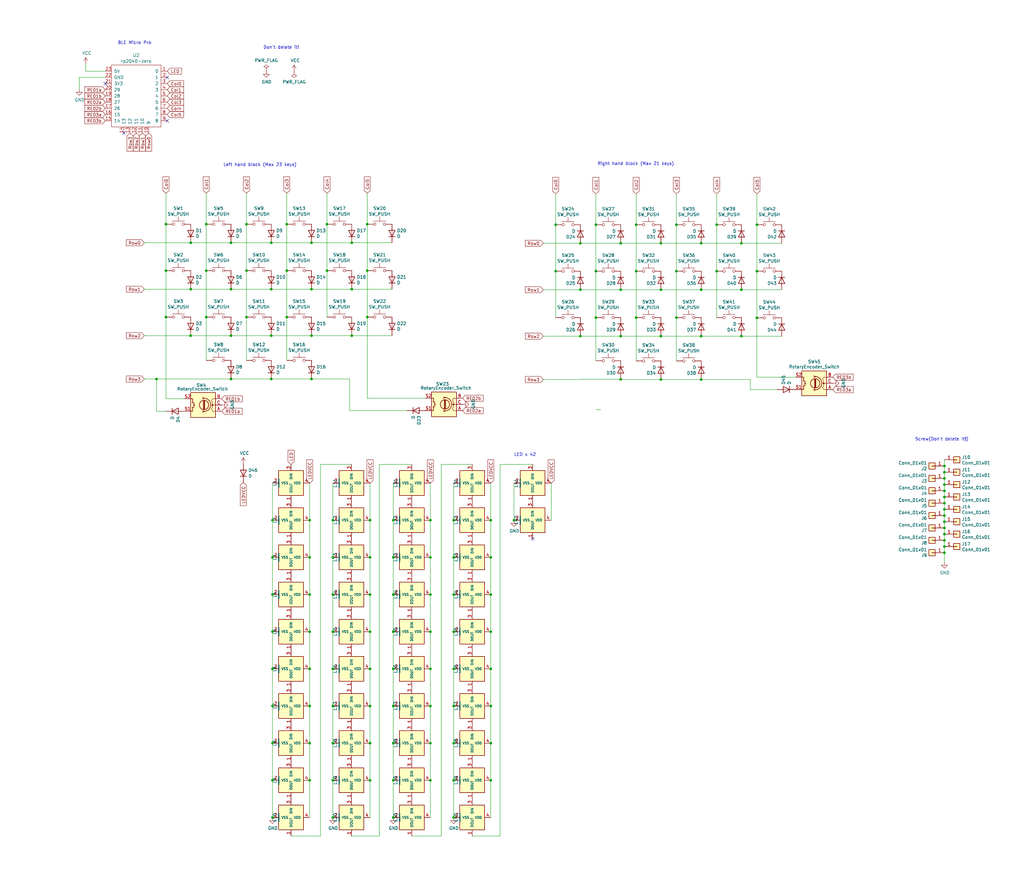
<source format=kicad_sch>
(kicad_sch (version 20231120) (generator "eeschema") (generator_version "8.0")
  (paper "User" 419.989 360.045)
  (junction (at 84.582 130.0486))
  (junction (at 150.622 110.998))
  (junction (at 94.742 118.618))
  (junction (at 134.112 110.998))
  (junction (at 176.53 243.84))
  (junction (at 277.4223 92.1557))
  (junction (at 84.582 110.998))
  (junction (at 161.29 289.56))
  (junction (at 161.29 243.84))
  (junction (at 304.0923 99.7757))
  (junction (at 144.272 137.668))
  (junction (at 201.295 243.84))
  (junction (at 127 259.08))
  (junction (at 151.765 289.56))
  (junction (at 111.76 259.08))
  (junction (at 201.295 304.8))
  (junction (at 287.5823 118.8257))
  (junction (at 387.35 219.075))
  (junction (at 201.295 213.36))
  (junction (at 387.35 193.675))
  (junction (at 201.295 289.56))
  (junction (at 254.5623 99.7716))
  (junction (at 127 304.8))
  (junction (at 387.35 213.995))
  (junction (at 310.4423 92.1557))
  (junction (at 150.622 130.048))
  (junction (at 271.0723 155.6557))
  (junction (at 134.112 91.948))
  (junction (at 111.252 155.448))
  (junction (at 186.055 289.56))
  (junction (at 186.055 274.32))
  (junction (at 244.4023 130.2557))
  (junction (at 304.0923 137.8757))
  (junction (at 78.1559 137.668))
  (junction (at 111.252 99.568))
  (junction (at 201.295 320.04))
  (junction (at 387.35 221.615))
  (junction (at 161.29 259.08))
  (junction (at 310.4423 111.2057))
  (junction (at 387.35 216.535))
  (junction (at 238.0523 137.8757))
  (junction (at 127 289.56))
  (junction (at 176.53 213.36))
  (junction (at 101.092 130.048))
  (junction (at 150.622 91.948))
  (junction (at 161.29 274.32))
  (junction (at 227.8923 92.1579))
  (junction (at 176.53 259.08))
  (junction (at 210.82 213.36))
  (junction (at 94.742 137.6686))
  (junction (at 176.53 320.04))
  (junction (at 186.055 243.84))
  (junction (at 127 213.36))
  (junction (at 186.055 228.6))
  (junction (at 111.252 137.668))
  (junction (at 186.055 304.8))
  (junction (at 64.1989 155.448))
  (junction (at 151.765 228.6))
  (junction (at 387.35 196.215))
  (junction (at 186.055 259.08))
  (junction (at 127.762 99.568))
  (junction (at 304.0923 118.8257))
  (junction (at 387.35 206.375))
  (junction (at 161.29 228.6))
  (junction (at 287.5823 99.7757))
  (junction (at 254.5623 118.8257))
  (junction (at 111.76 289.56))
  (junction (at 136.525 228.6))
  (junction (at 101.092 91.948))
  (junction (at 238.0523 118.8257))
  (junction (at 111.76 243.84))
  (junction (at 127 274.32))
  (junction (at 136.525 304.8))
  (junction (at 310.4423 130.3603))
  (junction (at 144.272 118.618))
  (junction (at 387.35 224.155))
  (junction (at 260.9123 130.2557))
  (junction (at 117.602 110.998))
  (junction (at 244.4023 92.1516))
  (junction (at 127.762 118.618))
  (junction (at 387.35 198.755))
  (junction (at 68.072 110.998))
  (junction (at 271.0723 137.8757))
  (junction (at 254.5623 155.5951))
  (junction (at 387.35 226.695))
  (junction (at 151.765 304.8))
  (junction (at 227.8923 111.2057))
  (junction (at 271.0723 118.8257))
  (junction (at 111.76 213.36))
  (junction (at 136.525 335.28))
  (junction (at 151.765 320.04))
  (junction (at 176.53 304.8))
  (junction (at 111.252 118.618))
  (junction (at 136.525 274.32))
  (junction (at 94.742 155.448))
  (junction (at 287.5823 137.8757))
  (junction (at 186.055 320.04))
  (junction (at 111.76 228.6))
  (junction (at 127 320.04))
  (junction (at 176.53 289.56))
  (junction (at 117.602 91.948))
  (junction (at 84.582 91.948))
  (junction (at 271.0723 99.7757))
  (junction (at 161.29 213.36))
  (junction (at 260.9123 111.2057))
  (junction (at 238.0523 99.7757))
  (junction (at 127 243.84))
  (junction (at 387.35 208.915))
  (junction (at 244.4023 111.2057))
  (junction (at 127.762 155.448))
  (junction (at 111.76 274.32))
  (junction (at 111.76 335.28))
  (junction (at 136.525 243.84))
  (junction (at 161.29 304.8))
  (junction (at 127 228.6))
  (junction (at 68.072 130.048))
  (junction (at 136.525 320.04))
  (junction (at 101.092 110.998))
  (junction (at 78.232 118.618))
  (junction (at 94.742 99.568))
  (junction (at 260.9123 92.1557))
  (junction (at 161.29 335.28))
  (junction (at 186.055 213.36))
  (junction (at 186.055 335.28))
  (junction (at 151.765 243.84))
  (junction (at 201.295 228.6))
  (junction (at 161.29 320.04))
  (junction (at 277.4223 111.2057))
  (junction (at 111.76 320.04))
  (junction (at 387.35 203.835))
  (junction (at 277.4223 130.2557))
  (junction (at 387.35 211.455))
  (junction (at 127.762 137.668))
  (junction (at 151.765 274.32))
  (junction (at 117.602 130.048))
  (junction (at 387.35 191.135))
  (junction (at 176.53 228.6))
  (junction (at 136.525 213.36))
  (junction (at 201.295 259.08))
  (junction (at 201.295 274.32))
  (junction (at 293.9323 111.2057))
  (junction (at 111.76 304.8))
  (junction (at 136.525 259.08))
  (junction (at 78.232 99.568))
  (junction (at 151.765 213.36))
  (junction (at 151.765 259.08))
  (junction (at 387.35 201.295))
  (junction (at 176.53 274.32))
  (junction (at 136.525 289.56))
  (junction (at 144.272 99.568))
  (junction (at 254.5623 137.8757))
  (junction (at 293.9323 92.1557))
  (junction (at 68.072 91.948))
  (junction (at 287.5823 155.6557))
  (no_connect (at 218.44 220.98))
  (no_connect (at 68.58 49.53))
  (no_connect (at 50.8 54.61))
  (no_connect (at 43.18 34.29))
  (no_connect (at 68.58 31.75))
  (wire (pts (xy 304.0923 137.8757) (xy 320.6023 137.8757)))
  (wire (pts (xy 387.35 213.995) (xy 387.35 216.535)))
  (wire (pts (xy 244.4023 92.1516) (xy 244.4023 111.2057)))
  (wire (pts (xy 293.9323 111.2057) (xy 293.9323 130.2557)))
  (wire (pts (xy 387.35 191.135) (xy 387.35 193.675)))
  (wire (pts (xy 387.35 211.455) (xy 387.35 213.995)))
  (wire (pts (xy 134.112 110.998) (xy 134.112 130.048)))
  (wire (pts (xy 94.742 118.618) (xy 111.252 118.618)))
  (wire (pts (xy 161.29 228.6) (xy 161.29 243.84)))
  (wire (pts (xy 68.072 91.948) (xy 68.072 110.998)))
  (wire (pts (xy 127 259.08) (xy 127 274.32)))
  (wire (pts (xy 78.1559 137.6686) (xy 78.1559 137.668)))
  (wire (pts (xy 136.525 213.36) (xy 136.525 228.6)))
  (wire (pts (xy 244.4023 79.4557) (xy 244.4023 92.1516)))
  (wire (pts (xy 111.76 243.84) (xy 111.76 259.08)))
  (wire (pts (xy 271.0723 137.8757) (xy 287.5823 137.8757)))
  (wire (pts (xy 304.0923 118.8257) (xy 320.6023 118.8257)))
  (wire (pts (xy 277.4223 130.2557) (xy 277.4223 148.0357)))
  (wire (pts (xy 151.765 289.56) (xy 151.765 304.8)))
  (wire (pts (xy 150.622 130.048) (xy 150.622 163.322)))
  (wire (pts (xy 244.4023 168.0215) (xy 246.409 168.0215)))
  (wire (pts (xy 176.53 213.36) (xy 176.53 228.6)))
  (wire (pts (xy 136.525 289.56) (xy 136.525 304.8)))
  (wire (pts (xy 127 274.32) (xy 127 289.56)))
  (wire (pts (xy 186.055 304.8) (xy 186.055 320.04)))
  (wire (pts (xy 201.295 228.6) (xy 201.295 243.84)))
  (wire (pts (xy 150.622 79.248) (xy 150.622 91.948)))
  (wire (pts (xy 310.4423 130.3603) (xy 310.4423 154.6911)))
  (wire (pts (xy 161.29 198.12) (xy 161.29 213.36)))
  (wire (pts (xy 387.35 196.215) (xy 387.35 198.755)))
  (wire (pts (xy 277.4223 111.2057) (xy 277.4223 130.2557)))
  (wire (pts (xy 387.35 201.295) (xy 387.35 203.835)))
  (wire (pts (xy 161.29 304.8) (xy 161.29 320.04)))
  (wire (pts (xy 277.4223 79.4557) (xy 277.4223 92.1557)))
  (wire (pts (xy 180.975 190.5) (xy 193.675 190.5)))
  (wire (pts (xy 161.29 243.84) (xy 161.29 259.08)))
  (wire (pts (xy 254.5623 118.8257) (xy 271.0723 118.8257)))
  (wire (pts (xy 127 289.56) (xy 127 304.8)))
  (wire (pts (xy 151.765 320.04) (xy 151.765 335.28)))
  (wire (pts (xy 127 243.84) (xy 127 259.08)))
  (wire (pts (xy 176.53 320.04) (xy 176.53 335.28)))
  (wire (pts (xy 136.525 304.8) (xy 136.525 320.04)))
  (wire (pts (xy 201.295 243.84) (xy 201.295 259.08)))
  (wire (pts (xy 238.0523 99.7716) (xy 254.5623 99.7716)))
  (wire (pts (xy 254.5623 99.7757) (xy 271.0723 99.7757)))
  (wire (pts (xy 78.232 137.668) (xy 78.1559 137.668)))
  (wire (pts (xy 111.252 137.668) (xy 127.762 137.668)))
  (wire (pts (xy 78.1559 137.668) (xy 59.182 137.668)))
  (wire (pts (xy 111.252 155.448) (xy 127.762 155.448)))
  (wire (pts (xy 176.53 304.8) (xy 176.53 320.04)))
  (wire (pts (xy 111.76 274.32) (xy 111.76 289.56)))
  (wire (pts (xy 201.295 304.8) (xy 201.295 320.04)))
  (wire (pts (xy 78.232 118.618) (xy 94.742 118.618)))
  (wire (pts (xy 68.072 110.998) (xy 68.072 130.048)))
  (wire (pts (xy 307.6932 159.7711) (xy 318.7157 159.7711)))
  (wire (pts (xy 127 228.6) (xy 127 243.84)))
  (wire (pts (xy 387.35 206.375) (xy 387.35 208.915)))
  (wire (pts (xy 117.602 79.248) (xy 117.602 91.948)))
  (wire (pts (xy 134.112 91.948) (xy 134.112 110.998)))
  (wire (pts (xy 260.9123 130.2557) (xy 260.9123 148.0357)))
  (wire (pts (xy 304.0923 99.7757) (xy 320.6023 99.7757)))
  (wire (pts (xy 205.105 342.9) (xy 205.105 190.5)))
  (wire (pts (xy 387.35 203.835) (xy 387.35 206.375)))
  (wire (pts (xy 111.76 289.56) (xy 111.76 304.8)))
  (wire (pts (xy 111.252 118.618) (xy 127.762 118.618)))
  (wire (pts (xy 111.76 228.6) (xy 111.76 243.84)))
  (wire (pts (xy 136.525 198.12) (xy 136.525 213.36)))
  (wire (pts (xy 78.232 99.568) (xy 94.742 99.568)))
  (wire (pts (xy 186.055 228.6) (xy 186.055 243.84)))
  (wire (pts (xy 287.5823 137.8757) (xy 304.0923 137.8757)))
  (wire (pts (xy 127 320.04) (xy 127 335.28)))
  (wire (pts (xy 111.252 137.6686) (xy 111.252 137.668)))
  (wire (pts (xy 127.762 99.568) (xy 144.272 99.568)))
  (wire (pts (xy 387.35 208.915) (xy 387.35 211.455)))
  (wire (pts (xy 94.742 155.448) (xy 111.252 155.448)))
  (wire (pts (xy 150.622 110.998) (xy 150.622 130.048)))
  (wire (pts (xy 201.295 259.08) (xy 201.295 274.32)))
  (wire (pts (xy 387.35 224.155) (xy 387.35 226.695)))
  (wire (pts (xy 119.38 342.9) (xy 131.445 342.9)))
  (wire (pts (xy 210.82 198.12) (xy 210.82 213.36)))
  (wire (pts (xy 176.53 274.32) (xy 176.53 289.56)))
  (wire (pts (xy 84.582 110.998) (xy 84.582 130.0486)))
  (wire (pts (xy 134.112 79.248) (xy 134.112 91.948)))
  (wire (pts (xy 186.055 198.12) (xy 186.055 213.36)))
  (wire (pts (xy 186.055 320.04) (xy 186.055 335.28)))
  (wire (pts (xy 127.762 118.618) (xy 144.272 118.618)))
  (wire (pts (xy 78.232 118.618) (xy 59.182 118.618)))
  (wire (pts (xy 84.582 91.948) (xy 84.582 110.998)))
  (wire (pts (xy 287.5823 118.8257) (xy 304.0923 118.8257)))
  (wire (pts (xy 111.252 99.568) (xy 127.762 99.568)))
  (wire (pts (xy 127.762 137.668) (xy 144.272 137.668)))
  (wire (pts (xy 136.525 274.32) (xy 136.525 289.56)))
  (wire (pts (xy 101.092 130.048) (xy 101.092 147.828)))
  (wire (pts (xy 43.18 29.21) (xy 35.1771 29.21)))
  (wire (pts (xy 101.092 91.948) (xy 101.092 110.998)))
  (wire (pts (xy 127.762 155.448) (xy 143.3566 155.448)))
  (wire (pts (xy 310.4423 111.2057) (xy 310.4423 130.3603)))
  (wire (pts (xy 387.35 193.675) (xy 387.35 196.215)))
  (wire (pts (xy 161.29 274.32) (xy 161.29 289.56)))
  (wire (pts (xy 68.072 163.576) (xy 75.692 163.576)))
  (wire (pts (xy 307.6932 155.6557) (xy 307.6932 159.7711)))
  (wire (pts (xy 151.765 274.32) (xy 151.765 289.56)))
  (wire (pts (xy 151.765 228.6) (xy 151.765 243.84)))
  (wire (pts (xy 205.105 190.5) (xy 218.44 190.5)))
  (wire (pts (xy 201.295 198.12) (xy 201.295 213.36)))
  (wire (pts (xy 59.182 155.448) (xy 64.1989 155.448)))
  (wire (pts (xy 293.9323 79.4557) (xy 293.9323 92.1557)))
  (wire (pts (xy 387.35 219.075) (xy 387.35 221.615)))
  (wire (pts (xy 222.8123 118.8257) (xy 238.0523 118.8257)))
  (wire (pts (xy 161.29 213.36) (xy 161.29 228.6)))
  (wire (pts (xy 127 213.36) (xy 127 228.6)))
  (wire (pts (xy 254.5623 155.6557) (xy 271.0723 155.6557)))
  (wire (pts (xy 144.272 118.618) (xy 160.782 118.618)))
  (wire (pts (xy 151.765 304.8) (xy 151.765 320.04)))
  (wire (pts (xy 136.525 259.08) (xy 136.525 274.32)))
  (wire (pts (xy 254.5623 155.5951) (xy 254.5623 155.6557)))
  (wire (pts (xy 151.765 198.12) (xy 151.765 213.36)))
  (wire (pts (xy 254.5623 155.5744) (xy 254.5623 155.5951)))
  (wire (pts (xy 260.9123 92.1557) (xy 260.9123 111.2057)))
  (wire (pts (xy 111.76 213.36) (xy 111.76 228.6)))
  (wire (pts (xy 310.4423 79.4557) (xy 310.4423 92.1557)))
  (wire (pts (xy 117.602 130.048) (xy 117.602 147.828)))
  (wire (pts (xy 186.055 243.84) (xy 186.055 259.08)))
  (wire (pts (xy 186.055 213.36) (xy 186.055 228.6)))
  (wire (pts (xy 387.35 216.535) (xy 387.35 219.075)))
  (wire (pts (xy 84.582 79.248) (xy 84.582 91.948)))
  (wire (pts (xy 144.272 137.668) (xy 160.782 137.668)))
  (wire (pts (xy 131.445 342.9) (xy 131.445 190.5)))
  (wire (pts (xy 260.9123 79.4557) (xy 260.9123 92.1557)))
  (wire (pts (xy 222.8123 99.7757) (xy 238.0523 99.7757)))
  (wire (pts (xy 68.072 168.656) (xy 64.1989 168.656)))
  (wire (pts (xy 136.525 228.6) (xy 136.525 243.84)))
  (wire (pts (xy 168.91 342.9) (xy 180.975 342.9)))
  (wire (pts (xy 68.072 79.248) (xy 68.072 91.948)))
  (wire (pts (xy 201.295 320.04) (xy 201.295 335.28)))
  (wire (pts (xy 387.35 198.755) (xy 387.35 201.295)))
  (wire (pts (xy 293.9323 92.1557) (xy 293.9323 111.2057)))
  (wire (pts (xy 127 198.12) (xy 127 213.36)))
  (wire (pts (xy 101.092 110.998) (xy 101.092 130.048)))
  (wire (pts (xy 150.622 91.948) (xy 150.622 110.998)))
  (wire (pts (xy 320.6023 137.8757) (xy 320.6023 137.9803)))
  (wire (pts (xy 64.1989 155.448) (xy 94.742 155.448)))
  (wire (pts (xy 193.675 342.9) (xy 205.105 342.9)))
  (wire (pts (xy 59.182 99.568) (xy 78.232 99.568)))
  (wire (pts (xy 387.35 188.595) (xy 387.35 191.135)))
  (wire (pts (xy 324.104 159.766) (xy 324.104 159.7514)))
  (wire (pts (xy 244.4023 111.2057) (xy 244.4023 130.2557)))
  (wire (pts (xy 254.5623 137.8757) (xy 271.0723 137.8757)))
  (wire (pts (xy 101.092 79.248) (xy 101.092 91.948)))
  (wire (pts (xy 94.742 99.568) (xy 111.252 99.568)))
  (wire (pts (xy 84.582 130.0486) (xy 84.582 147.828)))
  (wire (pts (xy 176.53 198.12) (xy 176.53 213.36)))
  (wire (pts (xy 226.06 198.12) (xy 226.06 213.36)))
  (wire (pts (xy 161.29 259.08) (xy 161.29 274.32)))
  (wire (pts (xy 238.0523 155.6557) (xy 238.0523 155.5744)))
  (wire (pts (xy 186.055 274.32) (xy 186.055 289.56)))
  (wire (pts (xy 136.525 243.84) (xy 136.525 259.08)))
  (wire (pts (xy 277.4223 92.1557) (xy 277.4223 111.2057)))
  (wire (pts (xy 78.232 99.568) (xy 78.232 99.5858)))
  (wire (pts (xy 43.18 31.75) (xy 32.512 31.75)))
  (wire (pts (xy 155.575 342.9) (xy 155.575 190.5)))
  (wire (pts (xy 144.272 99.568) (xy 160.782 99.568)))
  (wire (pts (xy 35.1771 29.21) (xy 35.1771 26.1724)))
  (wire (pts (xy 201.295 289.56) (xy 201.295 304.8)))
  (wire (pts (xy 131.445 190.5) (xy 144.145 190.5)))
  (wire (pts (xy 151.765 213.36) (xy 151.765 228.6)))
  (wire (pts (xy 227.8923 79.4557) (xy 227.8923 92.1579)))
  (wire (pts (xy 94.742 137.6686) (xy 111.252 137.6686)))
  (wire (pts (xy 161.29 320.04) (xy 161.29 335.28)))
  (wire (pts (xy 287.5823 99.7757) (xy 304.0923 99.7757)))
  (wire (pts (xy 117.602 91.948) (xy 117.602 110.998)))
  (wire (pts (xy 127 304.8) (xy 127 320.04)))
  (wire (pts (xy 176.53 243.84) (xy 176.53 259.08)))
  (wire (pts (xy 111.76 320.04) (xy 111.76 335.28)))
  (wire (pts (xy 151.765 259.08) (xy 151.765 274.32)))
  (wire (pts (xy 287.5823 155.6557) (xy 307.6932 155.6557)))
  (wire (pts (xy 271.0723 155.6557) (xy 287.5823 155.6557)))
  (wire (pts (xy 111.76 259.08) (xy 111.76 274.32)))
  (wire (pts (xy 238.0523 155.5744) (xy 254.5623 155.5744)))
  (wire (pts (xy 387.35 226.695) (xy 387.35 230.505)))
  (wire (pts (xy 136.525 320.04) (xy 136.525 335.28)))
  (wire (pts (xy 201.295 274.32) (xy 201.295 289.56)))
  (wire (pts (xy 155.575 190.5) (xy 168.91 190.5)))
  (wire (pts (xy 244.4023 130.2557) (xy 244.4023 147.9751)))
  (wire (pts (xy 310.4423 92.1557) (xy 310.4423 111.2057)))
  (wire (pts (xy 186.055 259.08) (xy 186.055 274.32)))
  (wire (pts (xy 111.76 198.12) (xy 111.76 213.36)))
  (wire (pts (xy 143.3566 155.448) (xy 143.3566 168.402)))
  (wire (pts (xy 186.055 289.56) (xy 186.055 304.8)))
  (wire (pts (xy 387.35 221.615) (xy 387.35 224.155)))
  (wire (pts (xy 64.1989 168.656) (xy 64.1989 155.448)))
  (wire (pts (xy 150.622 163.322) (xy 174.498 163.322)))
  (wire (pts (xy 238.0523 99.7757) (xy 238.0523 99.7716)))
  (wire (pts (xy 238.0523 99.7757) (xy 238.0523 99.7779)))
  (wire (pts (xy 222.8123 155.6557) (xy 238.0523 155.6557)))
  (wire (pts (xy 176.53 259.08) (xy 176.53 274.32)))
  (wire (pts (xy 144.145 342.9) (xy 155.575 342.9)))
  (wire (pts (xy 201.295 213.36) (xy 201.295 228.6)))
  (wire (pts (xy 254.5623 99.7757) (xy 254.5623 99.7716)))
  (wire (pts (xy 180.975 342.9) (xy 180.975 190.5)))
  (wire (pts (xy 227.8923 111.2057) (xy 227.8923 130.2557)))
  (wire (pts (xy 68.072 130.048) (xy 68.072 163.576)))
  (wire (pts (xy 176.53 228.6) (xy 176.53 243.84)))
  (wire (pts (xy 310.4423 154.6911) (xy 326.3357 154.6911)))
  (wire (pts (xy 111.76 304.8) (xy 111.76 320.04)))
  (wire (pts (xy 176.53 289.56) (xy 176.53 304.8)))
  (wire (pts (xy 32.512 31.75) (xy 32.512 36.576)))
  (wire (pts (xy 238.0523 118.8257) (xy 254.5623 118.8257)))
  (wire (pts (xy 78.1559 137.6686) (xy 94.742 137.6686)))
  (wire (pts (xy 238.0523 137.8757) (xy 254.5623 137.8757)))
  (wire (pts (xy 143.3566 168.402) (xy 166.878 168.402)))
  (wire (pts (xy 271.0723 118.8257) (xy 287.5823 118.8257)))
  (wire (pts (xy 151.765 243.84) (xy 151.765 259.08)))
  (wire (pts (xy 117.602 110.998) (xy 117.602 130.048)))
  (wire (pts (xy 222.8123 137.8757) (xy 238.0523 137.8757)))
  (wire (pts (xy 260.9123 111.2057) (xy 260.9123 130.2557)))
  (wire (pts (xy 227.8923 92.1579) (xy 227.8923 111.2057)))
  (wire (pts (xy 161.29 289.56) (xy 161.29 304.8)))
  (wire (pts (xy 271.0723 99.7757) (xy 287.5823 99.7757)))
  (text "Left hand block (Max 23 keys)" (at 91.567 68.453 0) (effects (font (size 1.27 1.27)) (justify left bottom)))
  (text "Screw(Don't delete it!)" (at 375.285 180.975 0) (effects (font (size 1.27 1.27)) (justify left bottom)))
  (text "Don't delete it!" (at 107.95 20.32 0) (effects (font (size 1.27 1.27)) (justify left bottom)))
  (text "Right hand block (Max 21 keys)" (at 245.0373 68.0257 0) (effects (font (size 1.27 1.27)) (justify left bottom)))
  (text "LED x 42 " (at 210.82 187.325 0) (effects (font (size 1.27 1.27)) (justify left bottom)))
  (text "BLE Micro Pro" (at 48.26 18.415 0) (effects (font (size 1.27 1.27)) (justify left bottom)))
  (global_label "Row1" (shape input) (at 59.182 118.618 180) (property "Intersheetrefs" "${INTERSHEET_REFS}" (effects (hide yes))))
  (global_label "Col3" (shape input) (at 277.4223 79.4557 90) (property "Intersheetrefs" "${INTERSHEET_REFS}" (effects (hide yes))))
  (global_label "LED" (shape input) (at 68.58 29.21 0) (property "Intersheetrefs" "${INTERSHEET_REFS}" (effects (hide yes))))
  (global_label "Col1" (shape input) (at 68.58 36.83 0) (property "Intersheetrefs" "${INTERSHEET_REFS}" (effects (hide yes))))
  (global_label "RE03b" (shape input) (at 341.5757 154.6911 0) (property "Intersheetrefs" "${INTERSHEET_REFS}" (effects (hide yes))))
  (global_label "RE02a" (shape input) (at 189.738 168.402 0) (property "Intersheetrefs" "${INTERSHEET_REFS}" (effects (hide yes))))
  (global_label "Row0" (shape input) (at 59.182 99.568 180) (property "Intersheetrefs" "${INTERSHEET_REFS}" (effects (hide yes))))
  (global_label "LEDVCC" (shape input) (at 99.822 197.866 270) (property "Intersheetrefs" "${INTERSHEET_REFS}" (effects (hide yes))))
  (global_label "Col0" (shape input) (at 68.072 79.248 90) (property "Intersheetrefs" "${INTERSHEET_REFS}" (effects (hide yes))))
  (global_label "RE01b" (shape input) (at 43.18 39.37 180) (property "Intersheetrefs" "${INTERSHEET_REFS}" (effects (hide yes))))
  (global_label "RE03b" (shape input) (at 43.18 49.53 180) (property "Intersheetrefs" "${INTERSHEET_REFS}" (effects (hide yes))))
  (global_label "Row0" (shape input) (at 222.8123 99.7757 180) (property "Intersheetrefs" "${INTERSHEET_REFS}" (effects (hide yes))))
  (global_label "LEDVCC" (shape input) (at 127 198.12 90) (property "Intersheetrefs" "${INTERSHEET_REFS}" (effects (hide yes))))
  (global_label "Col2" (shape input) (at 68.58 39.37 0) (property "Intersheetrefs" "${INTERSHEET_REFS}" (effects (hide yes))))
  (global_label "Row0" (shape input) (at 60.96 54.61 270) (property "Intersheetrefs" "${INTERSHEET_REFS}" (effects (hide yes))))
  (global_label "Col0" (shape input) (at 68.58 34.29 0) (property "Intersheetrefs" "${INTERSHEET_REFS}" (effects (hide yes))))
  (global_label "LED" (shape input) (at 119.38 190.5 90) (property "Intersheetrefs" "${INTERSHEET_REFS}" (effects (hide yes))))
  (global_label "LEDVCC" (shape input) (at 201.295 198.12 90) (property "Intersheetrefs" "${INTERSHEET_REFS}" (effects (hide yes))))
  (global_label "LEDVCC" (shape input) (at 226.06 198.12 90) (property "Intersheetrefs" "${INTERSHEET_REFS}" (effects (hide yes))))
  (global_label "RE02a" (shape input) (at 43.18 41.91 180) (property "Intersheetrefs" "${INTERSHEET_REFS}" (effects (hide yes))))
  (global_label "Col1" (shape input) (at 84.582 79.248 90) (property "Intersheetrefs" "${INTERSHEET_REFS}" (effects (hide yes))))
  (global_label "Col0" (shape input) (at 227.8923 79.4557 90) (property "Intersheetrefs" "${INTERSHEET_REFS}" (effects (hide yes))))
  (global_label "Col2" (shape input) (at 101.092 79.248 90) (property "Intersheetrefs" "${INTERSHEET_REFS}" (effects (hide yes))))
  (global_label "Col5" (shape input) (at 310.4423 79.4557 90) (property "Intersheetrefs" "${INTERSHEET_REFS}" (effects (hide yes))))
  (global_label "Row3" (shape input) (at 53.34 54.61 270) (property "Intersheetrefs" "${INTERSHEET_REFS}" (effects (hide yes))))
  (global_label "RE01b" (shape input) (at 90.932 163.576 0) (property "Intersheetrefs" "${INTERSHEET_REFS}" (effects (hide yes))))
  (global_label "LEDVCC" (shape input) (at 151.765 198.12 90) (property "Intersheetrefs" "${INTERSHEET_REFS}" (effects (hide yes))))
  (global_label "RE02b" (shape input) (at 43.18 44.45 180) (property "Intersheetrefs" "${INTERSHEET_REFS}" (effects (hide yes))))
  (global_label "Col4" (shape input) (at 68.58 44.45 0) (property "Intersheetrefs" "${INTERSHEET_REFS}" (effects (hide yes))))
  (global_label "Col3" (shape input) (at 117.602 79.248 90) (property "Intersheetrefs" "${INTERSHEET_REFS}" (effects (hide yes))))
  (global_label "RE03a" (shape input) (at 43.18 46.99 180) (property "Intersheetrefs" "${INTERSHEET_REFS}" (effects (hide yes))))
  (global_label "Col5" (shape input) (at 150.622 79.248 90) (property "Intersheetrefs" "${INTERSHEET_REFS}" (effects (hide yes))))
  (global_label "Col4" (shape input) (at 293.9323 79.4557 90) (property "Intersheetrefs" "${INTERSHEET_REFS}" (effects (hide yes))))
  (global_label "Row2" (shape input) (at 59.182 137.668 180) (property "Intersheetrefs" "${INTERSHEET_REFS}" (effects (hide yes))))
  (global_label "RE01a" (shape input) (at 90.932 168.656 0) (property "Intersheetrefs" "${INTERSHEET_REFS}" (effects (hide yes))))
  (global_label "Col4" (shape input) (at 134.112 79.248 90) (property "Intersheetrefs" "${INTERSHEET_REFS}" (effects (hide yes))))
  (global_label "Row2" (shape input) (at 222.8123 137.8757 180) (property "Intersheetrefs" "${INTERSHEET_REFS}" (effects (hide yes))))
  (global_label "Row2" (shape input) (at 55.88 54.61 270) (property "Intersheetrefs" "${INTERSHEET_REFS}" (effects (hide yes))))
  (global_label "RE01a" (shape input) (at 43.18 36.83 180) (property "Intersheetrefs" "${INTERSHEET_REFS}" (effects (hide yes))))
  (global_label "LEDVCC" (shape input) (at 176.53 198.12 90) (property "Intersheetrefs" "${INTERSHEET_REFS}" (effects (hide yes))))
  (global_label "Row1" (shape input) (at 58.42 54.61 270) (property "Intersheetrefs" "${INTERSHEET_REFS}" (effects (hide yes))))
  (global_label "Col3" (shape input) (at 68.58 41.91 0) (property "Intersheetrefs" "${INTERSHEET_REFS}" (effects (hide yes))))
  (global_label "Col2" (shape input) (at 260.9123 79.4557 90) (property "Intersheetrefs" "${INTERSHEET_REFS}" (effects (hide yes))))
  (global_label "Row3" (shape input) (at 59.182 155.448 180) (property "Intersheetrefs" "${INTERSHEET_REFS}" (effects (hide yes))))
  (global_label "RE03a" (shape input) (at 341.5757 159.7711 0) (property "Intersheetrefs" "${INTERSHEET_REFS}" (effects (hide yes))))
  (global_label "Row1" (shape input) (at 222.8123 118.8257 180) (property "Intersheetrefs" "${INTERSHEET_REFS}" (effects (hide yes))))
  (global_label "Col5" (shape input) (at 68.58 46.99 0) (property "Intersheetrefs" "${INTERSHEET_REFS}" (effects (hide yes))))
  (global_label "Row3" (shape input) (at 222.8123 155.6557 180) (property "Intersheetrefs" "${INTERSHEET_REFS}" (effects (hide yes))))
  (global_label "Col1" (shape input) (at 244.4023 79.4557 90) (property "Intersheetrefs" "${INTERSHEET_REFS}" (effects (hide yes))))
  (global_label "RE02b" (shape input) (at 189.738 163.322 0) (property "Intersheetrefs" "${INTERSHEET_REFS}" (effects (hide yes))))
  (symbol (lib_id "power:PWR_FLAG") (at 109.22 29.21 0) (unit 1)
    (property "Reference" "#FLG01" (effects (hide yes)))
    (property "Value" "PWR_FLAG" (at 109.22 24.7904 0))
  )
  (symbol (lib_id "power:PWR_FLAG") (at 120.65 29.21 180) (unit 1)
    (property "Reference" "#FLG02" (effects (hide yes)))
    (property "Value" "PWR_FLAG" (at 120.65 33.6042 0))
  )
  (symbol (lib_id "power:GND") (at 109.22 29.21 0) (unit 1)
    (property "Reference" "#PWR010" (effects (hide yes)))
    (property "Value" "GND" (at 109.347 33.6042 0))
  )
  (symbol (lib_id "power:VCC") (at 120.65 29.21 0) (unit 1)
    (property "Reference" "#PWR012" (effects (hide yes)))
    (property "Value" "VCC" (at 121.0818 24.8158 0))
  )
  (symbol (lib_id "power:GND") (at 32.512 36.576 0) (unit 1)
    (property "Reference" "#PWR08" (effects (hide yes)))
    (property "Value" "GND" (at 32.639 40.9702 0))
  )
  (symbol (lib_id "power:VCC") (at 35.1771 26.1724 0) (unit 1)
    (property "Reference" "#PWR06" (effects (hide yes)))
    (property "Value" "VCC" (at 35.6089 21.7782 0))
  )
  (symbol (lib_id "Switch:SW_Push") (at 89.662 91.948 0) (unit 1)
    (property "Reference" "SW5" (at 89.662 85.471 0))
    (property "Value" "SW_PUSH" (at 89.662 87.7824 0))
    (property "Footprint" "kbd_SW:Lofree_Hotswap_1u" (effects (hide yes)))
  )
  (symbol (lib_id "Switch:SW_Push") (at 73.152 110.998 0) (unit 1)
    (property "Reference" "SW2" (at 73.152 104.521 0))
    (property "Value" "SW_PUSH" (at 73.152 106.8324 0))
    (property "Footprint" "kbd_SW:Lofree_Hotswap_1u" (effects (hide yes)))
  )
  (symbol (lib_id "Switch:SW_Push") (at 89.662 110.998 0) (unit 1)
    (property "Reference" "SW6" (at 89.662 104.521 0))
    (property "Value" "SW_PUSH" (at 89.662 106.8324 0))
    (property "Footprint" "kbd_SW:Lofree_Hotswap_1u" (effects (hide yes)))
  )
  (symbol (lib_id "Device:D") (at 94.742 95.758 90) (unit 1)
    (property "Reference" "D5" (at 96.7486 94.5896 90) (effects (justify right)))
    (property "Value" "D" (at 96.7486 96.901 90) (effects (justify right)))
    (property "Footprint" "kbd_Parts:Diode_SMD" (effects (hide yes)))
  )
  (symbol (lib_id "Device:D") (at 94.742 114.808 90) (unit 1)
    (property "Reference" "D6" (at 96.7486 113.6396 90) (effects (justify right)))
    (property "Value" "D" (at 96.7486 115.951 90) (effects (justify right)))
    (property "Footprint" "kbd_Parts:Diode_SMD" (effects (hide yes)))
  )
  (symbol (lib_id "Device:D") (at 78.232 114.808 90) (unit 1)
    (property "Reference" "D2" (at 80.2386 113.6396 90) (effects (justify right)))
    (property "Value" "D" (at 80.2386 115.951 90) (effects (justify right)))
    (property "Footprint" "kbd_Parts:Diode_SMD" (effects (hide yes)))
  )
  (symbol (lib_id "Switch:SW_Push") (at 122.682 91.948 0) (unit 1)
    (property "Reference" "SW13" (at 122.682 85.471 0))
    (property "Value" "SW_PUSH" (at 122.682 87.7824 0))
    (property "Footprint" "kbd_SW:Lofree_Hotswap_1u" (effects (hide yes)))
  )
  (symbol (lib_id "Switch:SW_Push") (at 139.192 91.948 0) (unit 1)
    (property "Reference" "SW17" (at 139.192 85.471 0))
    (property "Value" "SW_PUSH" (at 139.192 87.7824 0))
    (property "Footprint" "kbd_SW:Lofree_Hotswap_1u" (effects (hide yes)))
  )
  (symbol (lib_id "Switch:SW_Push") (at 106.172 91.948 0) (unit 1)
    (property "Reference" "SW9" (at 106.172 85.471 0))
    (property "Value" "SW_PUSH" (at 106.172 87.7824 0))
    (property "Footprint" "kbd_SW:Lofree_Hotswap_1u" (effects (hide yes)))
  )
  (symbol (lib_id "Switch:SW_Push") (at 122.682 130.048 0) (unit 1)
    (property "Reference" "SW15" (at 122.682 123.571 0))
    (property "Value" "SW_PUSH" (at 122.682 125.8824 0))
    (property "Footprint" "kbd_SW:Lofree_Hotswap_1u" (effects (hide yes)))
  )
  (symbol (lib_id "Switch:SW_Push") (at 122.682 110.998 0) (unit 1)
    (property "Reference" "SW14" (at 122.682 104.521 0))
    (property "Value" "SW_PUSH" (at 122.682 106.8324 0))
    (property "Footprint" "kbd_SW:Lofree_Hotswap_1u" (effects (hide yes)))
  )
  (symbol (lib_id "Switch:SW_Push") (at 139.192 110.998 0) (unit 1)
    (property "Reference" "SW18" (at 139.192 104.521 0))
    (property "Value" "SW_PUSH" (at 139.192 106.8324 0))
    (property "Footprint" "kbd_SW:Lofree_Hotswap_1u" (effects (hide yes)))
  )
  (symbol (lib_id "Switch:SW_Push") (at 155.702 110.998 0) (unit 1)
    (property "Reference" "SW21" (at 155.702 104.521 0))
    (property "Value" "SW_PUSH" (at 155.702 106.8324 0))
    (property "Footprint" "kbd_SW:Lofree_Hotswap_1u" (effects (hide yes)))
  )
  (symbol (lib_id "Switch:SW_Push") (at 106.172 110.998 0) (unit 1)
    (property "Reference" "SW10" (at 106.172 104.521 0))
    (property "Value" "SW_PUSH" (at 106.172 106.8324 0))
    (property "Footprint" "kbd_SW:Lofree_Hotswap_1u" (effects (hide yes)))
  )
  (symbol (lib_id "Switch:SW_Push") (at 73.152 130.048 0) (unit 1)
    (property "Reference" "SW3" (at 73.152 123.571 0))
    (property "Value" "SW_PUSH" (at 73.152 125.8824 0))
    (property "Footprint" "kbd_SW:Lofree_Hotswap_1u" (effects (hide yes)))
  )
  (symbol (lib_id "Switch:SW_Push") (at 89.662 147.828 0) (unit 1)
    (property "Reference" "SW8" (at 89.662 141.351 0))
    (property "Value" "SW_PUSH" (at 89.662 143.6624 0))
    (property "Footprint" "kbd_SW:Lofree_Hotswap_1u" (effects (hide yes)))
  )
  (symbol (lib_id "Switch:SW_Push") (at 106.172 130.048 0) (unit 1)
    (property "Reference" "SW11" (at 106.172 123.571 0))
    (property "Value" "SW_PUSH" (at 106.172 125.8824 0))
    (property "Footprint" "kbd_SW:Lofree_Hotswap_1u" (effects (hide yes)))
  )
  (symbol (lib_id "Switch:SW_Push") (at 122.682 147.828 0) (unit 1)
    (property "Reference" "SW16" (at 122.682 141.351 0))
    (property "Value" "SW_PUSH" (at 122.682 143.6624 0))
    (property "Footprint" "kbd_SW:Lofree_Hotswap_1u" (effects (hide yes)))
  )
  (symbol (lib_id "Switch:SW_Push") (at 139.192 130.048 0) (unit 1)
    (property "Reference" "SW19" (at 139.192 123.571 0))
    (property "Value" "SW_PUSH" (at 139.192 125.8824 0))
    (property "Footprint" "kbd_SW:Lofree_Hotswap_1u" (effects (hide yes)))
  )
  (symbol (lib_id "Switch:SW_Push") (at 155.702 130.048 0) (unit 1)
    (property "Reference" "SW22" (at 155.702 123.571 0))
    (property "Value" "SW_PUSH" (at 155.702 125.8824 0))
    (property "Footprint" "kbd_SW:Lofree_Hotswap_1u" (effects (hide yes)))
  )
  (symbol (lib_id "Device:D") (at 111.252 95.758 90) (unit 1)
    (property "Reference" "D9" (at 113.2586 94.5896 90) (effects (justify right)))
    (property "Value" "D" (at 113.2586 96.901 90) (effects (justify right)))
    (property "Footprint" "kbd_Parts:Diode_SMD" (effects (hide yes)))
  )
  (symbol (lib_id "Device:D") (at 127.762 95.758 90) (unit 1)
    (property "Reference" "D13" (at 129.7686 94.5896 90) (effects (justify right)))
    (property "Value" "D" (at 129.7686 96.901 90) (effects (justify right)))
    (property "Footprint" "kbd_Parts:Diode_SMD" (effects (hide yes)))
  )
  (symbol (lib_id "Device:D") (at 144.272 95.758 90) (unit 1)
    (property "Reference" "D17" (at 146.2786 94.5896 90) (effects (justify right)))
    (property "Value" "D" (at 146.2786 96.901 90) (effects (justify right)))
    (property "Footprint" "kbd_Parts:Diode_SMD" (effects (hide yes)))
  )
  (symbol (lib_id "Device:D") (at 160.782 95.758 90) (unit 1)
    (property "Reference" "D20" (at 162.7886 94.5896 90) (effects (justify right)))
    (property "Value" "D" (at 162.7886 96.901 90) (effects (justify right)))
    (property "Footprint" "kbd_Parts:Diode_SMD" (effects (hide yes)))
  )
  (symbol (lib_id "Device:D") (at 160.782 114.808 90) (unit 1)
    (property "Reference" "D21" (at 162.7886 113.6396 90) (effects (justify right)))
    (property "Value" "D" (at 162.7886 115.951 90) (effects (justify right)))
    (property "Footprint" "kbd_Parts:Diode_SMD" (effects (hide yes)))
  )
  (symbol (lib_id "Device:D") (at 160.782 133.858 90) (unit 1)
    (property "Reference" "D22" (at 162.7886 132.6896 90) (effects (justify right)))
    (property "Value" "D" (at 162.7886 135.001 90) (effects (justify right)))
    (property "Footprint" "kbd_Parts:Diode_SMD" (effects (hide yes)))
  )
  (symbol (lib_id "Device:D") (at 144.272 133.858 90) (unit 1)
    (property "Reference" "D19" (at 146.2786 132.6896 90) (effects (justify right)))
    (property "Value" "D" (at 146.2786 135.001 90) (effects (justify right)))
    (property "Footprint" "kbd_Parts:Diode_SMD" (effects (hide yes)))
  )
  (symbol (lib_id "Device:D") (at 144.272 114.808 90) (unit 1)
    (property "Reference" "D18" (at 146.2786 113.6396 90) (effects (justify right)))
    (property "Value" "D" (at 146.2786 115.951 90) (effects (justify right)))
    (property "Footprint" "kbd_Parts:Diode_SMD" (effects (hide yes)))
  )
  (symbol (lib_id "Device:D") (at 127.762 114.808 90) (unit 1)
    (property "Reference" "D14" (at 129.7686 113.6396 90) (effects (justify right)))
    (property "Value" "D" (at 129.7686 115.951 90) (effects (justify right)))
    (property "Footprint" "kbd_Parts:Diode_SMD" (effects (hide yes)))
  )
  (symbol (lib_id "Device:D") (at 111.252 114.808 90) (unit 1)
    (property "Reference" "D10" (at 113.2586 113.6396 90) (effects (justify right)))
    (property "Value" "D" (at 113.2586 115.951 90) (effects (justify right)))
    (property "Footprint" "kbd_Parts:Diode_SMD" (effects (hide yes)))
  )
  (symbol (lib_id "Device:D") (at 111.252 133.858 90) (unit 1)
    (property "Reference" "D11" (at 113.2586 132.6896 90) (effects (justify right)))
    (property "Value" "D" (at 113.2586 135.001 90) (effects (justify right)))
    (property "Footprint" "kbd_Parts:Diode_SMD" (effects (hide yes)))
  )
  (symbol (lib_id "Device:D") (at 127.762 133.858 90) (unit 1)
    (property "Reference" "D15" (at 129.7686 132.6896 90) (effects (justify right)))
    (property "Value" "D" (at 129.7686 135.001 90) (effects (justify right)))
    (property "Footprint" "kbd_Parts:Diode_SMD" (effects (hide yes)))
  )
  (symbol (lib_id "Device:D") (at 127.762 151.638 90) (unit 1)
    (property "Reference" "D16" (at 129.7686 150.4696 90) (effects (justify right)))
    (property "Value" "D" (at 129.7686 152.781 90) (effects (justify right)))
    (property "Footprint" "kbd_Parts:Diode_SMD" (effects (hide yes)))
  )
  (symbol (lib_id "Device:D") (at 94.742 151.638 90) (unit 1)
    (property "Reference" "D8" (at 96.7486 150.4696 90) (effects (justify right)))
    (property "Value" "D" (at 96.7486 152.781 90) (effects (justify right)))
    (property "Footprint" "kbd_Parts:Diode_SMD" (effects (hide yes)))
  )
  (symbol (lib_id "Device:D") (at 78.232 133.858 90) (unit 1)
    (property "Reference" "D3" (at 80.2386 132.6896 90) (effects (justify right)))
    (property "Value" "D" (at 80.2386 135.001 90) (effects (justify right)))
    (property "Footprint" "kbd_Parts:Diode_SMD" (effects (hide yes)))
  )
  (symbol (lib_id "Device:D") (at 71.882 168.656 0) (unit 1)
    (property "Reference" "D4" (at 73.0504 170.6626 90) (effects (justify right)))
    (property "Value" "D" (at 70.739 170.6626 90) (effects (justify right)))
    (property "Footprint" "kbd_Parts:Diode_SMD" (effects (hide yes)))
  )
  (symbol (lib_id "Connector_Generic:Conn_01x01") (at 392.43 208.915 0) (unit 1)
    (property "Reference" "J14" (at 394.462 207.8482 0) (effects (justify left)))
    (property "Value" "Conn_01x01" (at 394.462 210.1596 0) (effects (justify left)))
    (property "Footprint" "kbd_Hole:m2_Screw_Hole_Fab" (effects (hide yes)))
  )
  (symbol (lib_id "Connector_Generic:Conn_01x01") (at 382.27 211.455 180) (unit 1)
    (property "Reference" "J6" (at 380.238 212.5218 0) (effects (justify left)))
    (property "Value" "Conn_01x01" (at 380.238 210.2104 0) (effects (justify left)))
    (property "Footprint" "kbd_Hole:m2_Screw_Hole_EdgeCuts" (effects (hide yes)))
  )
  (symbol (lib_id "power:GND") (at 387.35 230.505 0) (unit 1)
    (property "Reference" "#PWR025" (effects (hide yes)))
    (property "Value" "GND" (at 387.477 234.8992 0))
  )
  (symbol (lib_id "Connector_Generic:Conn_01x01") (at 392.43 213.995 0) (unit 1)
    (property "Reference" "J15" (at 394.462 212.9282 0) (effects (justify left)))
    (property "Value" "Conn_01x01" (at 394.462 215.2396 0) (effects (justify left)))
    (property "Footprint" "kbd_Hole:m2_Screw_Hole_Fab" (effects (hide yes)))
  )
  (symbol (lib_id "Connector_Generic:Conn_01x01") (at 382.27 216.535 180) (unit 1)
    (property "Reference" "J7" (at 380.238 217.6018 0) (effects (justify left)))
    (property "Value" "Conn_01x01" (at 380.238 215.2904 0) (effects (justify left)))
    (property "Footprint" "kbd_Hole:m2_Spacer_Hole_EdgeCuts" (effects (hide yes)))
  )
  (symbol (lib_id "Device:D") (at 111.252 151.638 90) (unit 1)
    (property "Reference" "D12" (at 113.2586 150.4696 90) (effects (justify right)))
    (property "Value" "D" (at 113.2586 152.781 90) (effects (justify right)))
    (property "Footprint" "kbd_Parts:Diode_SMD" (effects (hide yes)))
  )
  (symbol (lib_id "Switch:SW_Push") (at 106.172 147.828 0) (unit 1)
    (property "Reference" "SW12" (at 106.172 141.351 0))
    (property "Value" "SW_PUSH" (at 106.172 143.6624 0))
    (property "Footprint" "kbd_SW:Lofree_Hotswap_1u" (effects (hide yes)))
  )
  (symbol (lib_id "Device:D") (at 238.0523 115.0157 270) (unit 1)
    (property "Reference" "D25" (at 236.0457 116.1841 90) (effects (justify right)))
    (property "Value" "D" (at 236.0457 113.8727 90) (effects (justify right)))
    (property "Footprint" "kbd_Parts:Diode_SMD" (effects (hide yes)))
  )
  (symbol (lib_id "Device:D") (at 238.0523 134.0657 270) (unit 1)
    (property "Reference" "D26" (at 236.0457 135.2341 90) (effects (justify right)))
    (property "Value" "D" (at 236.0457 132.9227 90) (effects (justify right)))
    (property "Footprint" "kbd_Parts:Diode_SMD" (effects (hide yes)))
  )
  (symbol (lib_id "Switch:SW_Push") (at 232.9723 130.2557 0) (unit 1)
    (property "Reference" "SW26" (at 232.9723 123.7787 0))
    (property "Value" "SW_PUSH" (at 232.9723 126.0901 0))
    (property "Footprint" "kbd_SW:Lofree_Hotswap_1u" (effects (hide yes)))
  )
  (symbol (lib_id "Switch:SW_Push") (at 232.9723 111.2057 0) (unit 1)
    (property "Reference" "SW25" (at 232.9723 104.7287 0))
    (property "Value" "SW_PUSH" (at 232.9723 107.0401 0))
    (property "Footprint" "kbd_SW:Lofree_Hotswap_1u" (effects (hide yes)))
  )
  (symbol (lib_id "Switch:SW_Push") (at 265.9923 148.0357 0) (unit 1)
    (property "Reference" "SW34" (at 265.9923 141.5587 0))
    (property "Value" "SW_PUSH" (at 265.9923 143.8701 0))
    (property "Footprint" "kbd_SW:Lofree_Hotswap_1u" (effects (hide yes)))
  )
  (symbol (lib_id "Device:D") (at 271.0723 151.8457 270) (unit 1)
    (property "Reference" "D34" (at 269.0657 153.0141 90) (effects (justify right)))
    (property "Value" "D" (at 269.0657 150.7027 90) (effects (justify right)))
    (property "Footprint" "kbd_Parts:Diode_SMD" (effects (hide yes)))
  )
  (symbol (lib_id "Switch:SW_Push") (at 265.9923 92.1557 0) (unit 1)
    (property "Reference" "SW31" (at 265.9923 85.6787 0))
    (property "Value" "SW_PUSH" (at 265.9923 87.9901 0))
    (property "Footprint" "kbd_SW:Lofree_Hotswap_1u" (effects (hide yes)))
  )
  (symbol (lib_id "Switch:SW_Push") (at 265.9923 111.2057 0) (unit 1)
    (property "Reference" "SW32" (at 265.9923 104.7287 0))
    (property "Value" "SW_PUSH" (at 265.9923 107.0401 0))
    (property "Footprint" "kbd_SW:Lofree_Hotswap_1u" (effects (hide yes)))
  )
  (symbol (lib_id "Switch:SW_Push") (at 265.9923 130.2557 0) (unit 1)
    (property "Reference" "SW33" (at 265.9923 123.7787 0))
    (property "Value" "SW_PUSH" (at 265.9923 126.0901 0))
    (property "Footprint" "kbd_SW:Lofree_Hotswap_1u" (effects (hide yes)))
  )
  (symbol (lib_id "Switch:SW_Push") (at 249.4823 130.2557 0) (unit 1)
    (property "Reference" "SW29" (at 249.4823 123.7787 0))
    (property "Value" "SW_PUSH" (at 249.4823 126.0901 0))
    (property "Footprint" "kbd_SW:Lofree_Hotswap_1u" (effects (hide yes)))
  )
  (symbol (lib_id "Switch:SW_Push") (at 249.4823 111.2057 0) (unit 1)
    (property "Reference" "SW28" (at 249.4823 104.7287 0))
    (property "Value" "SW_PUSH" (at 249.4823 107.0401 0))
    (property "Footprint" "kbd_SW:Lofree_Hotswap_1u" (effects (hide yes)))
  )
  (symbol (lib_id "Switch:SW_Push") (at 299.0123 92.1557 0) (unit 1)
    (property "Reference" "SW39" (at 299.0123 85.6787 0))
    (property "Value" "SW_PUSH" (at 299.0123 87.9901 0))
    (property "Footprint" "kbd_SW:Lofree_Hotswap_1u" (effects (hide yes)))
  )
  (symbol (lib_id "Switch:SW_Push") (at 299.0123 111.2057 0) (unit 1)
    (property "Reference" "SW40" (at 299.0123 104.7287 0))
    (property "Value" "SW_PUSH" (at 299.0123 107.0401 0))
    (property "Footprint" "kbd_SW:Lofree_Hotswap_1u" (effects (hide yes)))
  )
  (symbol (lib_id "Switch:SW_Push") (at 299.0123 130.2557 0) (unit 1)
    (property "Reference" "SW41" (at 299.0123 123.7787 0))
    (property "Value" "SW_PUSH" (at 299.0123 126.0901 0))
    (property "Footprint" "kbd_SW:Lofree_Hotswap_1u" (effects (hide yes)))
  )
  (symbol (lib_id "Switch:SW_Push") (at 249.4823 147.9751 0) (unit 1)
    (property "Reference" "SW30" (at 249.4823 141.4981 0))
    (property "Value" "SW_PUSH" (at 249.4823 143.8095 0))
    (property "Footprint" "kbd_SW:Lofree_Hotswap_1u" (effects (hide yes)))
  )
  (symbol (lib_id "Switch:SW_Push") (at 282.5023 148.0357 0) (unit 1)
    (property "Reference" "SW38" (at 282.5023 141.5587 0))
    (property "Value" "SW_PUSH" (at 282.5023 143.8701 0))
    (property "Footprint" "kbd_SW:Lofree_Hotswap_1u" (effects (hide yes)))
  )
  (symbol (lib_id "Switch:SW_Push") (at 282.5023 130.2557 0) (unit 1)
    (property "Reference" "SW37" (at 282.5023 123.7787 0))
    (property "Value" "SW_PUSH" (at 282.5023 126.0901 0))
    (property "Footprint" "kbd_SW:Lofree_Hotswap_1u" (effects (hide yes)))
  )
  (symbol (lib_id "Switch:SW_Push") (at 282.5023 111.2057 0) (unit 1)
    (property "Reference" "SW36" (at 282.5023 104.7287 0))
    (property "Value" "SW_PUSH" (at 282.5023 107.0401 0))
    (property "Footprint" "kbd_SW:Lofree_Hotswap_1u" (effects (hide yes)))
  )
  (symbol (lib_id "Switch:SW_Push") (at 282.5023 92.1557 0) (unit 1)
    (property "Reference" "SW35" (at 282.5023 85.6787 0))
    (property "Value" "SW_PUSH" (at 282.5023 87.9901 0))
    (property "Footprint" "kbd_SW:Lofree_Hotswap_1u" (effects (hide yes)))
  )
  (symbol (lib_id "Switch:SW_Push") (at 315.5223 111.2057 0) (unit 1)
    (property "Reference" "SW43" (at 315.5223 104.7287 0))
    (property "Value" "SW_PUSH" (at 315.5223 107.0401 0))
    (property "Footprint" "kbd_SW:Lofree_Hotswap_1u" (effects (hide yes)))
  )
  (symbol (lib_id "Switch:SW_Push") (at 315.5223 92.1557 0) (unit 1)
    (property "Reference" "SW42" (at 315.5223 85.6787 0))
    (property "Value" "SW_PUSH" (at 315.5223 87.9901 0))
    (property "Footprint" "kbd_SW:Lofree_Hotswap_1u" (effects (hide yes)))
  )
  (symbol (lib_id "Device:D") (at 254.5623 134.0657 270) (unit 1)
    (property "Reference" "D29" (at 252.5557 135.2341 90) (effects (justify right)))
    (property "Value" "D" (at 252.5557 132.9227 90) (effects (justify right)))
    (property "Footprint" "kbd_Parts:Diode_SMD" (effects (hide yes)))
  )
  (symbol (lib_id "Device:D") (at 287.5823 151.8457 270) (unit 1)
    (property "Reference" "D38" (at 285.5757 153.0141 90) (effects (justify right)))
    (property "Value" "D" (at 285.5757 150.7027 90) (effects (justify right)))
    (property "Footprint" "kbd_Parts:Diode_SMD" (effects (hide yes)))
  )
  (symbol (lib_id "Device:D") (at 287.5823 134.0657 270) (unit 1)
    (property "Reference" "D37" (at 285.5757 135.2341 90) (effects (justify right)))
    (property "Value" "D" (at 285.5757 132.9227 90) (effects (justify right)))
    (property "Footprint" "kbd_Parts:Diode_SMD" (effects (hide yes)))
  )
  (symbol (lib_id "Device:D") (at 271.0723 134.0657 270) (unit 1)
    (property "Reference" "D33" (at 269.0657 135.2341 90) (effects (justify right)))
    (property "Value" "D" (at 269.0657 132.9227 90) (effects (justify right)))
    (property "Footprint" "kbd_Parts:Diode_SMD" (effects (hide yes)))
  )
  (symbol (lib_id "Device:D") (at 271.0723 115.0157 270) (unit 1)
    (property "Reference" "D32" (at 269.0657 116.1841 90) (effects (justify right)))
    (property "Value" "D" (at 269.0657 113.8727 90) (effects (justify right)))
    (property "Footprint" "kbd_Parts:Diode_SMD" (effects (hide yes)))
  )
  (symbol (lib_id "Device:D") (at 287.5823 115.0157 270) (unit 1)
    (property "Reference" "D36" (at 285.5757 116.1841 90) (effects (justify right)))
    (property "Value" "D" (at 285.5757 113.8727 90) (effects (justify right)))
    (property "Footprint" "kbd_Parts:Diode_SMD" (effects (hide yes)))
  )
  (symbol (lib_id "Device:D") (at 304.0923 115.0157 270) (unit 1)
    (property "Reference" "D40" (at 302.0857 116.1841 90) (effects (justify right)))
    (property "Value" "D" (at 302.0857 113.8727 90) (effects (justify right)))
    (property "Footprint" "kbd_Parts:Diode_SMD" (effects (hide yes)))
  )
  (symbol (lib_id "Device:D") (at 304.0923 134.0657 270) (unit 1)
    (property "Reference" "D41" (at 302.0857 135.2341 90) (effects (justify right)))
    (property "Value" "D" (at 302.0857 132.9227 90) (effects (justify right)))
    (property "Footprint" "kbd_Parts:Diode_SMD" (effects (hide yes)))
  )
  (symbol (lib_id "Device:D") (at 254.5623 151.7851 270) (unit 1)
    (property "Reference" "D30" (at 252.5557 152.9535 90) (effects (justify right)))
    (property "Value" "D" (at 252.5557 150.6421 90) (effects (justify right)))
    (property "Footprint" "kbd_Parts:Diode_SMD" (effects (hide yes)))
  )
  (symbol (lib_id "Device:D") (at 320.6023 115.0157 270) (unit 1)
    (property "Reference" "D43" (at 318.5957 116.1841 90) (effects (justify right)))
    (property "Value" "D" (at 318.5957 113.8727 90) (effects (justify right)))
    (property "Footprint" "kbd_Parts:Diode_SMD" (effects (hide yes)))
  )
  (symbol (lib_id "Device:D") (at 320.6023 95.9657 270) (unit 1)
    (property "Reference" "D42" (at 318.5957 97.1341 90) (effects (justify right)))
    (property "Value" "D" (at 318.5957 94.8227 90) (effects (justify right)))
    (property "Footprint" "kbd_Parts:Diode_SMD" (effects (hide yes)))
  )
  (symbol (lib_id "Device:D") (at 304.0923 95.9657 270) (unit 1)
    (property "Reference" "D39" (at 302.0857 97.1341 90) (effects (justify right)))
    (property "Value" "D" (at 302.0857 94.8227 90) (effects (justify right)))
    (property "Footprint" "kbd_Parts:Diode_SMD" (effects (hide yes)))
  )
  (symbol (lib_id "Device:D") (at 287.5823 95.9657 270) (unit 1)
    (property "Reference" "D35" (at 285.5757 97.1341 90) (effects (justify right)))
    (property "Value" "D" (at 285.5757 94.8227 90) (effects (justify right)))
    (property "Footprint" "kbd_Parts:Diode_SMD" (effects (hide yes)))
  )
  (symbol (lib_id "Device:D") (at 271.0723 95.9657 270) (unit 1)
    (property "Reference" "D31" (at 269.0657 97.1341 90) (effects (justify right)))
    (property "Value" "D" (at 269.0657 94.8227 90) (effects (justify right)))
    (property "Footprint" "kbd_Parts:Diode_SMD" (effects (hide yes)))
  )
  (symbol (lib_id "Device:D") (at 254.5623 115.0157 270) (unit 1)
    (property "Reference" "D28" (at 252.5557 116.1841 90) (effects (justify right)))
    (property "Value" "D" (at 252.5557 113.8727 90) (effects (justify right)))
    (property "Footprint" "kbd_Parts:Diode_SMD" (effects (hide yes)))
  )
  (symbol (lib_id "Switch:SW_Push") (at 155.702 91.948 0) (unit 1)
    (property "Reference" "SW20" (at 155.702 85.471 0))
    (property "Value" "SW_PUSH" (at 155.702 87.7824 0))
    (property "Footprint" "kbd_SW:Lofree_Hotswap_1u" (effects (hide yes)))
  )
  (symbol (lib_id "Connector_Generic:Conn_01x01") (at 392.43 198.755 0) (unit 1)
    (property "Reference" "J12" (at 394.462 197.6882 0) (effects (justify left)))
    (property "Value" "Conn_01x01" (at 394.462 199.9996 0) (effects (justify left)))
    (property "Footprint" "kbd_Hole:m2_Screw_Hole_Fab" (effects (hide yes)))
  )
  (symbol (lib_id "Connector_Generic:Conn_01x01") (at 382.27 201.295 180) (unit 1)
    (property "Reference" "J4" (at 380.238 202.3618 0) (effects (justify left)))
    (property "Value" "Conn_01x01" (at 380.238 200.0504 0) (effects (justify left)))
    (property "Footprint" "kbd_Hole:m2_Spacer_Hole_EdgeCuts" (effects (hide yes)))
  )
  (symbol (lib_id "Connector_Generic:Conn_01x01") (at 392.43 203.835 0) (unit 1)
    (property "Reference" "J13" (at 394.462 202.7682 0) (effects (justify left)))
    (property "Value" "Conn_01x01" (at 394.462 205.0796 0) (effects (justify left)))
    (property "Footprint" "kbd_Hole:m2_Screw_Hole_Fab" (effects (hide yes)))
  )
  (symbol (lib_id "Connector_Generic:Conn_01x01") (at 382.27 206.375 180) (unit 1)
    (property "Reference" "J5" (at 380.238 207.4418 0) (effects (justify left)))
    (property "Value" "Conn_01x01" (at 380.238 205.1304 0) (effects (justify left)))
    (property "Footprint" "kbd_Hole:m2_Spacer_Hole_EdgeCuts" (effects (hide yes)))
  )
  (symbol (lib_id "Connector_Generic:Conn_01x01") (at 392.43 219.075 0) (unit 1)
    (property "Reference" "J16" (at 394.462 218.0082 0) (effects (justify left)))
    (property "Value" "Conn_01x01" (at 394.462 220.3196 0) (effects (justify left)))
    (property "Footprint" "kbd_Hole:m2_Screw_Hole_Fab" (effects (hide yes)))
  )
  (symbol (lib_id "Connector_Generic:Conn_01x01") (at 382.27 221.615 180) (unit 1)
    (property "Reference" "J8" (at 380.238 222.6818 0) (effects (justify left)))
    (property "Value" "Conn_01x01" (at 380.238 220.3704 0) (effects (justify left)))
    (property "Footprint" "kbd_Hole:m2_Screw_Hole_Fab" (effects (hide yes)))
  )
  (symbol (lib_id "Connector_Generic:Conn_01x01") (at 392.43 224.155 0) (unit 1)
    (property "Reference" "J17" (at 394.462 223.0882 0) (effects (justify left)))
    (property "Value" "Conn_01x01" (at 394.462 225.3996 0) (effects (justify left)))
    (property "Footprint" "kbd_Hole:m2_Screw_Hole_Fab" (effects (hide yes)))
  )
  (symbol (lib_id "Connector_Generic:Conn_01x01") (at 382.27 226.695 180) (unit 1)
    (property "Reference" "J9" (at 380.238 227.7618 0) (effects (justify left)))
    (property "Value" "Conn_01x01" (at 380.238 225.4504 0) (effects (justify left)))
    (property "Footprint" "kbd_Hole:m2_Screw_Hole_Fab" (effects (hide yes)))
  )
  (symbol (lib_id "Connector_Generic:Conn_01x01") (at 392.43 188.595 0) (unit 1)
    (property "Reference" "J10" (at 394.462 187.5282 0) (effects (justify left)))
    (property "Value" "Conn_01x01" (at 394.462 189.8396 0) (effects (justify left)))
    (property "Footprint" "kbd_Hole:m2_Screw_Hole_Fab" (effects (hide yes)))
  )
  (symbol (lib_id "Connector_Generic:Conn_01x01") (at 382.27 191.135 180) (unit 1)
    (property "Reference" "J2" (at 380.238 192.2018 0) (effects (justify left)))
    (property "Value" "Conn_01x01" (at 380.238 189.8904 0) (effects (justify left)))
    (property "Footprint" "kbd_Hole:m2_Spacer_Hole_EdgeCuts" (effects (hide yes)))
  )
  (symbol (lib_id "Connector_Generic:Conn_01x01") (at 392.43 193.675 0) (unit 1)
    (property "Reference" "J11" (at 394.462 192.6082 0) (effects (justify left)))
    (property "Value" "Conn_01x01" (at 394.462 194.9196 0) (effects (justify left)))
    (property "Footprint" "kbd_Hole:m2_Screw_Hole_Fab" (effects (hide yes)))
  )
  (symbol (lib_id "Connector_Generic:Conn_01x01") (at 382.27 196.215 180) (unit 1)
    (property "Reference" "J3" (at 380.238 197.2818 0) (effects (justify left)))
    (property "Value" "Conn_01x01" (at 380.238 194.9704 0) (effects (justify left)))
    (property "Footprint" "kbd_Hole:m2_Screw_Hole_EdgeCuts" (effects (hide yes)))
  )
  (symbol (lib_id "Salicylic_kbd:LED_SK6812MINI-E") (at 144.145 228.6 270) (unit 1)
    (property "Reference" "L13" (at 137.4902 228.6 0) (effects (font (size 1.2954 1.2954))))
    (property "Value" "SK6812MINI" (at 139.1412 228.6 0) (effects (font (size 0.4064 0.4064))))
    (property "Footprint" "kbd_Parts:LED_SK6812MINI-E_BL" (effects (hide yes)))
    (property "Datasheet" "https://cdn-shop.adafruit.com/product-files/2686/SK6812MINI_REV.01-1-2.pdf" (effects (hide yes)))
  )
  (symbol (lib_id "Salicylic_kbd:LED_SK6812MINI-E") (at 168.91 243.84 270) (unit 1)
    (property "Reference" "L24" (at 162.2552 243.84 0) (effects (font (size 1.2954 1.2954))))
    (property "Value" "SK6812MINI" (at 163.9062 243.84 0) (effects (font (size 0.4064 0.4064))))
    (property "Footprint" "kbd_Parts:LED_SK6812MINI-E_BL" (effects (hide yes)))
    (property "Datasheet" "https://cdn-shop.adafruit.com/product-files/2686/SK6812MINI_REV.01-1-2.pdf" (effects (hide yes)))
  )
  (symbol (lib_id "Salicylic_kbd:LED_SK6812MINI-E") (at 193.675 198.12 270) (unit 1)
    (property "Reference" "L31" (at 187.0202 198.12 0) (effects (font (size 1.2954 1.2954))))
    (property "Value" "SK6812MINI" (at 188.6712 198.12 0) (effects (font (size 0.4064 0.4064))))
    (property "Footprint" "kbd_Parts:LED_SK6812MINI-E_BL" (effects (hide yes)))
    (property "Datasheet" "https://cdn-shop.adafruit.com/product-files/2686/SK6812MINI_REV.01-1-2.pdf" (effects (hide yes)))
  )
  (symbol (lib_id "Switch:SW_Push") (at 249.4823 92.1516 0) (unit 1)
    (property "Reference" "SW27" (at 249.4823 85.6746 0))
    (property "Value" "SW_PUSH" (at 249.4823 87.986 0))
    (property "Footprint" "kbd_SW:Lofree_Hotswap_1u" (effects (hide yes)))
  )
  (symbol (lib_id "Device:RotaryEncoder_Switch") (at 83.312 166.116 180) (unit 1)
    (property "Reference" "SW4" (at 82.5592 157.988 0))
    (property "Value" "RotaryEncoder_Switch" (at 83.0672 159.512 0))
    (property "Footprint" "kbd_Parts:RotaryEncoder_EC12E" (effects (hide yes)))
  )
  (symbol (lib_id "Switch:SW_Push") (at 73.152 91.948 0) (unit 1)
    (property "Reference" "SW1" (at 73.152 85.471 0))
    (property "Value" "SW_PUSH" (at 73.152 87.7824 0))
    (property "Footprint" "kbd_SW:Lofree_Hotswap_1u" (effects (hide yes)))
  )
  (symbol (lib_id "Device:D") (at 99.822 194.056 90) (unit 1)
    (property "Reference" "D46" (at 101.8286 192.8876 90) (effects (justify right)))
    (property "Value" "D" (at 101.8286 195.199 90) (effects (justify right)))
    (property "Footprint" "kbd_Parts:Diode_SMD" (effects (hide yes)))
  )
  (symbol (lib_id "Salicylic_kbd:LED_SK6812MINI-E") (at 193.675 320.04 270) (unit 1)
    (property "Reference" "L39" (at 187.0202 320.04 0) (effects (font (size 1.2954 1.2954))))
    (property "Value" "SK6812MINI" (at 188.6712 320.04 0) (effects (font (size 0.4064 0.4064))))
    (property "Footprint" "kbd_Parts:LED_SK6812MINI-E_BL" (effects (hide yes)))
    (property "Datasheet" "https://cdn-shop.adafruit.com/product-files/2686/SK6812MINI_REV.01-1-2.pdf" (effects (hide yes)))
  )
  (symbol (lib_id "Salicylic_kbd:LED_SK6812MINI-E") (at 119.38 274.32 270) (unit 1)
    (property "Reference" "L6" (at 112.7252 274.32 0) (effects (font (size 1.2954 1.2954))))
    (property "Value" "SK6812MINI" (at 114.3762 274.32 0) (effects (font (size 0.4064 0.4064))))
    (property "Footprint" "kbd_Parts:LED_SK6812MINI-E_BL" (effects (hide yes)))
    (property "Datasheet" "https://cdn-shop.adafruit.com/product-files/2686/SK6812MINI_REV.01-1-2.pdf" (effects (hide yes)))
  )
  (symbol (lib_id "power:GND") (at 136.525 335.28 0) (unit 1)
    (property "Reference" "#PWR0105" (effects (hide yes)))
    (property "Value" "GND" (at 136.652 339.6742 0))
  )
  (symbol (lib_id "Salicylic_kbd:LED_SK6812MINI-E") (at 168.91 213.36 270) (unit 1)
    (property "Reference" "L22" (at 162.2552 213.36 0) (effects (font (size 1.2954 1.2954))))
    (property "Value" "SK6812MINI" (at 163.9062 213.36 0) (effects (font (size 0.4064 0.4064))))
    (property "Footprint" "kbd_Parts:LED_SK6812MINI-E_BL" (effects (hide yes)))
    (property "Datasheet" "https://cdn-shop.adafruit.com/product-files/2686/SK6812MINI_REV.01-1-2.pdf" (effects (hide yes)))
  )
  (symbol (lib_id "Salicylic_kbd:LED_SK6812MINI-E") (at 193.675 228.6 270) (unit 1)
    (property "Reference" "L33" (at 187.0202 228.6 0) (effects (font (size 1.2954 1.2954))))
    (property "Value" "SK6812MINI" (at 188.6712 228.6 0) (effects (font (size 0.4064 0.4064))))
    (property "Footprint" "kbd_Parts:LED_SK6812MINI-E_BL" (effects (hide yes)))
    (property "Datasheet" "https://cdn-shop.adafruit.com/product-files/2686/SK6812MINI_REV.01-1-2.pdf" (effects (hide yes)))
  )
  (symbol (lib_id "Salicylic_kbd:LED_SK6812MINI-E") (at 168.91 198.12 270) (unit 1)
    (property "Reference" "L21" (at 162.2552 198.12 0) (effects (font (size 1.2954 1.2954))))
    (property "Value" "SK6812MINI" (at 163.9062 198.12 0) (effects (font (size 0.4064 0.4064))))
    (property "Footprint" "kbd_Parts:LED_SK6812MINI-E_BL" (effects (hide yes)))
    (property "Datasheet" "https://cdn-shop.adafruit.com/product-files/2686/SK6812MINI_REV.01-1-2.pdf" (effects (hide yes)))
  )
  (symbol (lib_id "power:GND") (at 210.82 213.36 0) (unit 1)
    (property "Reference" "#PWR01" (effects (hide yes)))
    (property "Value" "GND" (at 210.947 217.7542 0))
  )
  (symbol (lib_id "Salicylic_kbd:LED_SK6812MINI-E") (at 144.145 335.28 270) (unit 1)
    (property "Reference" "L20" (at 137.4902 335.28 0) (effects (font (size 1.2954 1.2954))))
    (property "Value" "SK6812MINI" (at 139.1412 335.28 0) (effects (font (size 0.4064 0.4064))))
    (property "Footprint" "kbd_Parts:LED_SK6812MINI-E_BL" (effects (hide yes)))
    (property "Datasheet" "https://cdn-shop.adafruit.com/product-files/2686/SK6812MINI_REV.01-1-2.pdf" (effects (hide yes)))
  )
  (symbol (lib_id "Salicylic_kbd:LED_SK6812MINI-E") (at 193.675 274.32 270) (unit 1)
    (property "Reference" "L36" (at 187.0202 274.32 0) (effects (font (size 1.2954 1.2954))))
    (property "Value" "SK6812MINI" (at 188.6712 274.32 0) (effects (font (size 0.4064 0.4064))))
    (property "Footprint" "kbd_Parts:LED_SK6812MINI-E_BL" (effects (hide yes)))
    (property "Datasheet" "https://cdn-shop.adafruit.com/product-files/2686/SK6812MINI_REV.01-1-2.pdf" (effects (hide yes)))
  )
  (symbol (lib_id "Salicylic_kbd:LED_SK6812MINI-E") (at 193.675 304.8 270) (unit 1)
    (property "Reference" "L38" (at 187.0202 304.8 0) (effects (font (size 1.2954 1.2954))))
    (property "Value" "SK6812MINI" (at 188.6712 304.8 0) (effects (font (size 0.4064 0.4064))))
    (property "Footprint" "kbd_Parts:LED_SK6812MINI-E_BL" (effects (hide yes)))
    (property "Datasheet" "https://cdn-shop.adafruit.com/product-files/2686/SK6812MINI_REV.01-1-2.pdf" (effects (hide yes)))
  )
  (symbol (lib_id "Device:D") (at 78.232 95.758 90) (unit 1)
    (property "Reference" "D1" (at 80.2386 94.5896 90) (effects (justify right)))
    (property "Value" "D" (at 80.2386 96.901 90) (effects (justify right)))
    (property "Footprint" "kbd_Parts:Diode_SMD" (effects (hide yes)))
  )
  (symbol (lib_id "Salicylic_kbd:LED_SK6812MINI-E") (at 193.675 259.08 270) (unit 1)
    (property "Reference" "L35" (at 187.0202 259.08 0) (effects (font (size 1.2954 1.2954))))
    (property "Value" "SK6812MINI" (at 188.6712 259.08 0) (effects (font (size 0.4064 0.4064))))
    (property "Footprint" "kbd_Parts:LED_SK6812MINI-E_BL" (effects (hide yes)))
    (property "Datasheet" "https://cdn-shop.adafruit.com/product-files/2686/SK6812MINI_REV.01-1-2.pdf" (effects (hide yes)))
  )
  (symbol (lib_id "Device:D") (at 254.5623 95.9616 270) (unit 1)
    (property "Reference" "D27" (at 252.5557 97.13 90) (effects (justify right)))
    (property "Value" "D" (at 252.5557 94.8186 90) (effects (justify right)))
    (property "Footprint" "kbd_Parts:Diode_SMD" (effects (hide yes)))
  )
  (symbol (lib_id "Device:D") (at 238.0523 95.9679 270) (unit 1)
    (property "Reference" "D24" (at 236.0457 97.1363 90) (effects (justify right)))
    (property "Value" "D" (at 236.0457 94.8249 90) (effects (justify right)))
    (property "Footprint" "kbd_Parts:Diode_SMD" (effects (hide yes)))
  )
  (symbol (lib_id "power:VCC") (at 99.822 190.246 0) (unit 1)
    (property "Reference" "#PWR036" (effects (hide yes)))
    (property "Value" "VCC" (at 100.2538 185.8518 0))
  )
  (symbol (lib_id "Salicylic_kbd:LED_SK6812MINI-E") (at 168.91 335.28 270) (unit 1)
    (property "Reference" "L30" (at 162.2552 335.28 0) (effects (font (size 1.2954 1.2954))))
    (property "Value" "SK6812MINI" (at 163.9062 335.28 0) (effects (font (size 0.4064 0.4064))))
    (property "Footprint" "kbd_Parts:LED_SK6812MINI-E_BL" (effects (hide yes)))
    (property "Datasheet" "https://cdn-shop.adafruit.com/product-files/2686/SK6812MINI_REV.01-1-2.pdf" (effects (hide yes)))
  )
  (symbol (lib_id "Switch:SW_Push") (at 89.662 130.0486 0) (unit 1)
    (property "Reference" "SW7" (at 89.662 123.5716 0))
    (property "Value" "SW_PUSH" (at 89.662 125.883 0))
    (property "Footprint" "kbd_SW:Lofree_Hotswap_1u" (effects (hide yes)))
  )
  (symbol (lib_id "Salicylic_kbd:LED_SK6812MINI-E") (at 144.145 259.08 270) (unit 1)
    (property "Reference" "L15" (at 137.4902 259.08 0) (effects (font (size 1.2954 1.2954))))
    (property "Value" "SK6812MINI" (at 139.1412 259.08 0) (effects (font (size 0.4064 0.4064))))
    (property "Footprint" "kbd_Parts:LED_SK6812MINI-E_BL" (effects (hide yes)))
    (property "Datasheet" "https://cdn-shop.adafruit.com/product-files/2686/SK6812MINI_REV.01-1-2.pdf" (effects (hide yes)))
  )
  (symbol (lib_id "Switch:SW_Push") (at 232.9723 92.1579 0) (unit 1)
    (property "Reference" "SW24" (at 232.9723 85.6809 0))
    (property "Value" "SW_PUSH" (at 232.9723 87.9923 0))
    (property "Footprint" "kbd_SW:Lofree_Hotswap_1u" (effects (hide yes)))
  )
  (symbol (lib_id "Salicylic_kbd:LED_SK6812MINI-E") (at 119.38 289.56 270) (unit 1)
    (property "Reference" "L7" (at 112.7252 289.56 0) (effects (font (size 1.2954 1.2954))))
    (property "Value" "SK6812MINI" (at 114.3762 289.56 0) (effects (font (size 0.4064 0.4064))))
    (property "Footprint" "kbd_Parts:LED_SK6812MINI-E_BL" (effects (hide yes)))
    (property "Datasheet" "https://cdn-shop.adafruit.com/product-files/2686/SK6812MINI_REV.01-1-2.pdf" (effects (hide yes)))
  )
  (symbol (lib_id "power:GND") (at 189.738 165.862 90) (unit 1)
    (property "Reference" "#PWR0107" (effects (hide yes)))
    (property "Value" "GND" (at 194.1322 165.735 0))
  )
  (symbol (lib_id "power:GND") (at 341.5757 157.2311 90) (unit 1)
    (property "Reference" "#PWR0102" (effects (hide yes)))
    (property "Value" "GND" (at 345.9699 157.1041 0))
  )
  (symbol (lib_id "Salicylic_kbd:LED_SK6812MINI-E") (at 119.38 335.28 270) (unit 1)
    (property "Reference" "L10" (at 112.7252 335.28 0) (effects (font (size 1.2954 1.2954))))
    (property "Value" "SK6812MINI" (at 114.3762 335.28 0) (effects (font (size 0.4064 0.4064))))
    (property "Footprint" "kbd_Parts:LED_SK6812MINI-E_BL" (effects (hide yes)))
    (property "Datasheet" "https://cdn-shop.adafruit.com/product-files/2686/SK6812MINI_REV.01-1-2.pdf" (effects (hide yes)))
  )
  (symbol (lib_id "Salicylic_kbd:LED_SK6812MINI-E") (at 119.38 259.08 270) (unit 1)
    (property "Reference" "L5" (at 112.7252 259.08 0) (effects (font (size 1.2954 1.2954))))
    (property "Value" "SK6812MINI" (at 114.3762 259.08 0) (effects (font (size 0.4064 0.4064))))
    (property "Footprint" "kbd_Parts:LED_SK6812MINI-E_BL" (effects (hide yes)))
    (property "Datasheet" "https://cdn-shop.adafruit.com/product-files/2686/SK6812MINI_REV.01-1-2.pdf" (effects (hide yes)))
  )
  (symbol (lib_id "Salicylic_kbd:LED_SK6812MINI-E") (at 144.145 243.84 270) (unit 1)
    (property "Reference" "L14" (at 137.4902 243.84 0) (effects (font (size 1.2954 1.2954))))
    (property "Value" "SK6812MINI" (at 139.1412 243.84 0) (effects (font (size 0.4064 0.4064))))
    (property "Footprint" "kbd_Parts:LED_SK6812MINI-E_BL" (effects (hide yes)))
    (property "Datasheet" "https://cdn-shop.adafruit.com/product-files/2686/SK6812MINI_REV.01-1-2.pdf" (effects (hide yes)))
  )
  (symbol (lib_id "Salicylic_kbd:LED_SK6812MINI-E") (at 218.44 213.36 270) (unit 1)
    (property "Reference" "L42" (at 211.7852 213.36 0) (effects (font (size 1.2954 1.2954))))
    (property "Value" "SK6812MINI" (at 213.4362 213.36 0) (effects (font (size 0.4064 0.4064))))
    (property "Footprint" "kbd_Parts:LED_SK6812MINI-E_BL" (effects (hide yes)))
    (property "Datasheet" "https://cdn-shop.adafruit.com/product-files/2686/SK6812MINI_REV.01-1-2.pdf" (effects (hide yes)))
  )
  (symbol (lib_id "Device:D") (at 322.5257 159.7711 180) (unit 1)
    (property "Reference" "D45" (at 321.3573 157.7645 90) (effects (justify right)))
    (property "Value" "D" (at 323.6687 157.7645 90) (effects (justify right)))
    (property "Footprint" "kbd_Parts:Diode_SMD" (effects (hide yes)))
  )
  (symbol (lib_id "Salicylic_kbd:LED_SK6812MINI-E") (at 144.145 213.36 270) (unit 1)
    (property "Reference" "L12" (at 137.4902 213.36 0) (effects (font (size 1.2954 1.2954))))
    (property "Value" "SK6812MINI" (at 139.1412 213.36 0) (effects (font (size 0.4064 0.4064))))
    (property "Footprint" "kbd_Parts:LED_SK6812MINI-E_BL" (effects (hide yes)))
    (property "Datasheet" "https://cdn-shop.adafruit.com/product-files/2686/SK6812MINI_REV.01-1-2.pdf" (effects (hide yes)))
  )
  (symbol (lib_id "Salicylic_kbd:LED_SK6812MINI-E") (at 144.145 289.56 270) (unit 1)
    (property "Reference" "L17" (at 137.4902 289.56 0) (effects (font (size 1.2954 1.2954))))
    (property "Value" "SK6812MINI" (at 139.1412 289.56 0) (effects (font (size 0.4064 0.4064))))
    (property "Footprint" "kbd_Parts:LED_SK6812MINI-E_BL" (effects (hide yes)))
    (property "Datasheet" "https://cdn-shop.adafruit.com/product-files/2686/SK6812MINI_REV.01-1-2.pdf" (effects (hide yes)))
  )
  (symbol (lib_id "Salicylic_kbd:LED_SK6812MINI-E") (at 168.91 274.32 270) (unit 1)
    (property "Reference" "L26" (at 162.2552 274.32 0) (effects (font (size 1.2954 1.2954))))
    (property "Value" "SK6812MINI" (at 163.9062 274.32 0) (effects (font (size 0.4064 0.4064))))
    (property "Footprint" "kbd_Parts:LED_SK6812MINI-E_BL" (effects (hide yes)))
    (property "Datasheet" "https://cdn-shop.adafruit.com/product-files/2686/SK6812MINI_REV.01-1-2.pdf" (effects (hide yes)))
  )
  (symbol (lib_id "Salicylic_kbd:LED_SK6812MINI-E") (at 119.38 213.36 270) (unit 1)
    (property "Reference" "L2" (at 112.7252 213.36 0) (effects (font (size 1.2954 1.2954))))
    (property "Value" "SK6812MINI" (at 114.3762 213.36 0) (effects (font (size 0.4064 0.4064))))
    (property "Footprint" "kbd_Parts:LED_SK6812MINI-E_BL" (effects (hide yes)))
    (property "Datasheet" "https://cdn-shop.adafruit.com/product-files/2686/SK6812MINI_REV.01-1-2.pdf" (effects (hide yes)))
  )
  (symbol (lib_id "Switch:SW_Push") (at 315.5223 130.3603 0) (unit 1)
    (property "Reference" "SW44" (at 315.5223 123.8833 0))
    (property "Value" "SW_PUSH" (at 315.5223 126.1947 0))
    (property "Footprint" "kbd_SW:Lofree_Hotswap_1u" (effects (hide yes)))
  )
  (symbol (lib_id "Salicylic_kbd:LED_SK6812MINI-E") (at 218.44 198.12 270) (unit 1)
    (property "Reference" "L41" (at 211.7852 198.12 0) (effects (font (size 1.2954 1.2954))))
    (property "Value" "SK6812MINI" (at 213.4362 198.12 0) (effects (font (size 0.4064 0.4064))))
    (property "Footprint" "kbd_Parts:LED_SK6812MINI-E_BL" (effects (hide yes)))
    (property "Datasheet" "https://cdn-shop.adafruit.com/product-files/2686/SK6812MINI_REV.01-1-2.pdf" (effects (hide yes)))
  )
  (symbol (lib_id "Salicylic_kbd:LED_SK6812MINI-E") (at 119.38 320.04 270) (unit 1)
    (property "Reference" "L9" (at 112.7252 320.04 0) (effects (font (size 1.2954 1.2954))))
    (property "Value" "SK6812MINI" (at 114.3762 320.04 0) (effects (font (size 0.4064 0.4064))))
    (property "Footprint" "kbd_Parts:LED_SK6812MINI-E_BL" (effects (hide yes)))
    (property "Datasheet" "https://cdn-shop.adafruit.com/product-files/2686/SK6812MINI_REV.01-1-2.pdf" (effects (hide yes)))
  )
  (symbol (lib_id "Salicylic_kbd:LED_SK6812MINI-E") (at 168.91 320.04 270) (unit 1)
    (property "Reference" "L29" (at 162.2552 320.04 0) (effects (font (size 1.2954 1.2954))))
    (property "Value" "SK6812MINI" (at 163.9062 320.04 0) (effects (font (size 0.4064 0.4064))))
    (property "Footprint" "kbd_Parts:LED_SK6812MINI-E_BL" (effects (hide yes)))
    (property "Datasheet" "https://cdn-shop.adafruit.com/product-files/2686/SK6812MINI_REV.01-1-2.pdf" (effects (hide yes)))
  )
  (symbol (lib_id "Salicylic_kbd:LED_SK6812MINI-E") (at 119.38 304.8 270) (unit 1)
    (property "Reference" "L8" (at 112.7252 304.8 0) (effects (font (size 1.2954 1.2954))))
    (property "Value" "SK6812MINI" (at 114.3762 304.8 0) (effects (font (size 0.4064 0.4064))))
    (property "Footprint" "kbd_Parts:LED_SK6812MINI-E_BL" (effects (hide yes)))
    (property "Datasheet" "https://cdn-shop.adafruit.com/product-files/2686/SK6812MINI_REV.01-1-2.pdf" (effects (hide yes)))
  )
  (symbol (lib_id "Salicylic_kbd:LED_SK6812MINI-E") (at 119.38 198.12 270) (unit 1)
    (property "Reference" "L1" (at 112.7252 198.12 0) (effects (font (size 1.2954 1.2954))))
    (property "Value" "SK6812MINI" (at 114.3762 198.12 0) (effects (font (size 0.4064 0.4064))))
    (property "Footprint" "kbd_Parts:LED_SK6812MINI-E_BL" (effects (hide yes)))
    (property "Datasheet" "https://cdn-shop.adafruit.com/product-files/2686/SK6812MINI_REV.01-1-2.pdf" (effects (hide yes)))
  )
  (symbol (lib_id "Salicylic_kbd:LED_SK6812MINI-E") (at 168.91 289.56 270) (unit 1)
    (property "Reference" "L27" (at 162.2552 289.56 0) (effects (font (size 1.2954 1.2954))))
    (property "Value" "SK6812MINI" (at 163.9062 289.56 0) (effects (font (size 0.4064 0.4064))))
    (property "Footprint" "kbd_Parts:LED_SK6812MINI-E_BL" (effects (hide yes)))
    (property "Datasheet" "https://cdn-shop.adafruit.com/product-files/2686/SK6812MINI_REV.01-1-2.pdf" (effects (hide yes)))
  )
  (symbol (lib_id "power:GND") (at 90.932 166.116 90) (unit 1)
    (property "Reference" "#PWR0101" (effects (hide yes)))
    (property "Value" "GND" (at 95.3262 165.989 0))
  )
  (symbol (lib_id "Salicylic_kbd:LED_SK6812MINI-E") (at 193.675 335.28 270) (unit 1)
    (property "Reference" "L40" (at 187.0202 335.28 0) (effects (font (size 1.2954 1.2954))))
    (property "Value" "SK6812MINI" (at 188.6712 335.28 0) (effects (font (size 0.4064 0.4064))))
    (property "Footprint" "kbd_Parts:LED_SK6812MINI-E_BL" (effects (hide yes)))
    (property "Datasheet" "https://cdn-shop.adafruit.com/product-files/2686/SK6812MINI_REV.01-1-2.pdf" (effects (hide yes)))
  )
  (symbol (lib_id "Salicylic_kbd:LED_SK6812MINI-E") (at 168.91 259.08 270) (unit 1)
    (property "Reference" "L25" (at 162.2552 259.08 0) (effects (font (size 1.2954 1.2954))))
    (property "Value" "SK6812MINI" (at 163.9062 259.08 0) (effects (font (size 0.4064 0.4064))))
    (property "Footprint" "kbd_Parts:LED_SK6812MINI-E_BL" (effects (hide yes)))
    (property "Datasheet" "https://cdn-shop.adafruit.com/product-files/2686/SK6812MINI_REV.01-1-2.pdf" (effects (hide yes)))
  )
  (symbol (lib_id "Device:D") (at 320.6023 134.1703 270) (unit 1)
    (property "Reference" "D44" (at 318.5957 135.3387 90) (effects (justify right)))
    (property "Value" "D" (at 318.5957 133.0273 90) (effects (justify right)))
    (property "Footprint" "kbd_Parts:Diode_SMD" (effects (hide yes)))
  )
  (symbol (lib_id "power:GND") (at 111.76 335.28 0) (unit 1)
    (property "Reference" "#PWR0106" (effects (hide yes)))
    (property "Value" "GND" (at 111.887 339.6742 0))
  )
  (symbol (lib_id "Salicylic_kbd:LED_SK6812MINI-E") (at 144.145 198.12 270) (unit 1)
    (property "Reference" "L11" (at 137.4902 198.12 0) (effects (font (size 1.2954 1.2954))))
    (property "Value" "SK6812MINI" (at 139.1412 198.12 0) (effects (font (size 0.4064 0.4064))))
    (property "Footprint" "kbd_Parts:LED_SK6812MINI-E_BL" (effects (hide yes)))
    (property "Datasheet" "https://cdn-shop.adafruit.com/product-files/2686/SK6812MINI_REV.01-1-2.pdf" (effects (hide yes)))
  )
  (symbol (lib_id "Salicylic_kbd:LED_SK6812MINI-E") (at 144.145 274.32 270) (unit 1)
    (property "Reference" "L16" (at 137.4902 274.32 0) (effects (font (size 1.2954 1.2954))))
    (property "Value" "SK6812MINI" (at 139.1412 274.32 0) (effects (font (size 0.4064 0.4064))))
    (property "Footprint" "kbd_Parts:LED_SK6812MINI-E_BL" (effects (hide yes)))
    (property "Datasheet" "https://cdn-shop.adafruit.com/product-files/2686/SK6812MINI_REV.01-1-2.pdf" (effects (hide yes)))
  )
  (symbol (lib_id "Salicylic_kbd:LED_SK6812MINI-E") (at 193.675 213.36 270) (unit 1)
    (property "Reference" "L32" (at 187.0202 213.36 0) (effects (font (size 1.2954 1.2954))))
    (property "Value" "SK6812MINI" (at 188.6712 213.36 0) (effects (font (size 0.4064 0.4064))))
    (property "Footprint" "kbd_Parts:LED_SK6812MINI-E_BL" (effects (hide yes)))
    (property "Datasheet" "https://cdn-shop.adafruit.com/product-files/2686/SK6812MINI_REV.01-1-2.pdf" (effects (hide yes)))
  )
  (symbol (lib_id "mcu:rp2040-zero") (at 55.88 38.1 0) (unit 1)
    (property "Reference" "U2" (at 55.88 22.6527 0))
    (property "Value" "rp2040-zero" (at 55.88 25.0769 0))
    (property "Footprint" "RP2040:rp2040-zero" (effects (hide yes)))
  )
  (symbol (lib_id "Salicylic_kbd:LED_SK6812MINI-E") (at 168.91 304.8 270) (unit 1)
    (property "Reference" "L28" (at 162.2552 304.8 0) (effects (font (size 1.2954 1.2954))))
    (property "Value" "SK6812MINI" (at 163.9062 304.8 0) (effects (font (size 0.4064 0.4064))))
    (property "Footprint" "kbd_Parts:LED_SK6812MINI-E_BL" (effects (hide yes)))
    (property "Datasheet" "https://cdn-shop.adafruit.com/product-files/2686/SK6812MINI_REV.01-1-2.pdf" (effects (hide yes)))
  )
  (symbol (lib_id "Salicylic_kbd:LED_SK6812MINI-E") (at 193.675 243.84 270) (unit 1)
    (property "Reference" "L34" (at 187.0202 243.84 0) (effects (font (size 1.2954 1.2954))))
    (property "Value" "SK6812MINI" (at 188.6712 243.84 0) (effects (font (size 0.4064 0.4064))))
    (property "Footprint" "kbd_Parts:LED_SK6812MINI-E_BL" (effects (hide yes)))
    (property "Datasheet" "https://cdn-shop.adafruit.com/product-files/2686/SK6812MINI_REV.01-1-2.pdf" (effects (hide yes)))
  )
  (symbol (lib_id "Device:D") (at 94.742 133.8586 90) (unit 1)
    (property "Reference" "D7" (at 96.7486 132.6902 90) (effects (justify right)))
    (property "Value" "D" (at 96.7486 135.0016 90) (effects (justify right)))
    (property "Footprint" "kbd_Parts:Diode_SMD" (effects (hide yes)))
  )
  (symbol (lib_id "Salicylic_kbd:LED_SK6812MINI-E") (at 193.675 289.56 270) (unit 1)
    (property "Reference" "L37" (at 187.0202 289.56 0) (effects (font (size 1.2954 1.2954))))
    (property "Value" "SK6812MINI" (at 188.6712 289.56 0) (effects (font (size 0.4064 0.4064))))
    (property "Footprint" "kbd_Parts:LED_SK6812MINI-E_BL" (effects (hide yes)))
    (property "Datasheet" "https://cdn-shop.adafruit.com/product-files/2686/SK6812MINI_REV.01-1-2.pdf" (effects (hide yes)))
  )
  (symbol (lib_id "Device:D") (at 170.688 168.402 0) (unit 1)
    (property "Reference" "D23" (at 171.8564 170.4086 90) (effects (justify right)))
    (property "Value" "D" (at 169.545 170.4086 90) (effects (justify right)))
    (property "Footprint" "kbd_Parts:Diode_SMD" (effects (hide yes)))
  )
  (symbol (lib_id "Salicylic_kbd:LED_SK6812MINI-E") (at 144.145 304.8 270) (unit 1)
    (property "Reference" "L18" (at 137.4902 304.8 0) (effects (font (size 1.2954 1.2954))))
    (property "Value" "SK6812MINI" (at 139.1412 304.8 0) (effects (font (size 0.4064 0.4064))))
    (property "Footprint" "kbd_Parts:LED_SK6812MINI-E_BL" (effects (hide yes)))
    (property "Datasheet" "https://cdn-shop.adafruit.com/product-files/2686/SK6812MINI_REV.01-1-2.pdf" (effects (hide yes)))
  )
  (symbol (lib_id "power:GND") (at 161.29 335.28 0) (unit 1)
    (property "Reference" "#PWR0104" (effects (hide yes)))
    (property "Value" "GND" (at 161.417 339.6742 0))
  )
  (symbol (lib_id "Salicylic_kbd:LED_SK6812MINI-E") (at 168.91 228.6 270) (unit 1)
    (property "Reference" "L23" (at 162.2552 228.6 0) (effects (font (size 1.2954 1.2954))))
    (property "Value" "SK6812MINI" (at 163.9062 228.6 0) (effects (font (size 0.4064 0.4064))))
    (property "Footprint" "kbd_Parts:LED_SK6812MINI-E_BL" (effects (hide yes)))
    (property "Datasheet" "https://cdn-shop.adafruit.com/product-files/2686/SK6812MINI_REV.01-1-2.pdf" (effects (hide yes)))
  )
  (symbol (lib_id "Device:RotaryEncoder_Switch") (at 333.9557 157.2311 180) (unit 1)
    (property "Reference" "SW45" (at 333.9557 148.3411 0))
    (property "Value" "RotaryEncoder_Switch" (at 333.9557 150.431 0))
    (property "Footprint" "kbd_Parts:RotaryEncoder_EC12E" (effects (hide yes)))
  )
  (symbol (lib_id "power:GND") (at 186.055 335.28 0) (unit 1)
    (property "Reference" "#PWR0103" (effects (hide yes)))
    (property "Value" "GND" (at 186.182 339.6742 0))
  )
  (symbol (lib_id "Salicylic_kbd:LED_SK6812MINI-E") (at 119.38 243.84 270) (unit 1)
    (property "Reference" "L4" (at 112.7252 243.84 0) (effects (font (size 1.2954 1.2954))))
    (property "Value" "SK6812MINI" (at 114.3762 243.84 0) (effects (font (size 0.4064 0.4064))))
    (property "Footprint" "kbd_Parts:LED_SK6812MINI-E_BL" (effects (hide yes)))
    (property "Datasheet" "https://cdn-shop.adafruit.com/product-files/2686/SK6812MINI_REV.01-1-2.pdf" (effects (hide yes)))
  )
  (symbol (lib_id "Salicylic_kbd:LED_SK6812MINI-E") (at 119.38 228.6 270) (unit 1)
    (property "Reference" "L3" (at 112.7252 228.6 0) (effects (font (size 1.2954 1.2954))))
    (property "Value" "SK6812MINI" (at 114.3762 228.6 0) (effects (font (size 0.4064 0.4064))))
    (property "Footprint" "kbd_Parts:LED_SK6812MINI-E_BL" (effects (hide yes)))
    (property "Datasheet" "https://cdn-shop.adafruit.com/product-files/2686/SK6812MINI_REV.01-1-2.pdf" (effects (hide yes)))
  )
  (symbol (lib_id "Salicylic_kbd:LED_SK6812MINI-E") (at 144.145 320.04 270) (unit 1)
    (property "Reference" "L19" (at 137.4902 320.04 0) (effects (font (size 1.2954 1.2954))))
    (property "Value" "SK6812MINI" (at 139.1412 320.04 0) (effects (font (size 0.4064 0.4064))))
    (property "Footprint" "kbd_Parts:LED_SK6812MINI-E_BL" (effects (hide yes)))
    (property "Datasheet" "https://cdn-shop.adafruit.com/product-files/2686/SK6812MINI_REV.01-1-2.pdf" (effects (hide yes)))
  )
  (symbol (lib_id "Device:RotaryEncoder_Switch") (at 182.118 165.862 180) (unit 1)
    (property "Reference" "SW23" (at 184.15 157.48 0) (effects (justify left)))
    (property "Value" "RotaryEncoder_Switch" (at 193.3519 159.131 0) (effects (justify left)))
    (property "Footprint" "kbd_Parts:RotaryEncoder_EC12E" (effects (hide yes)))
  )
)
</source>
